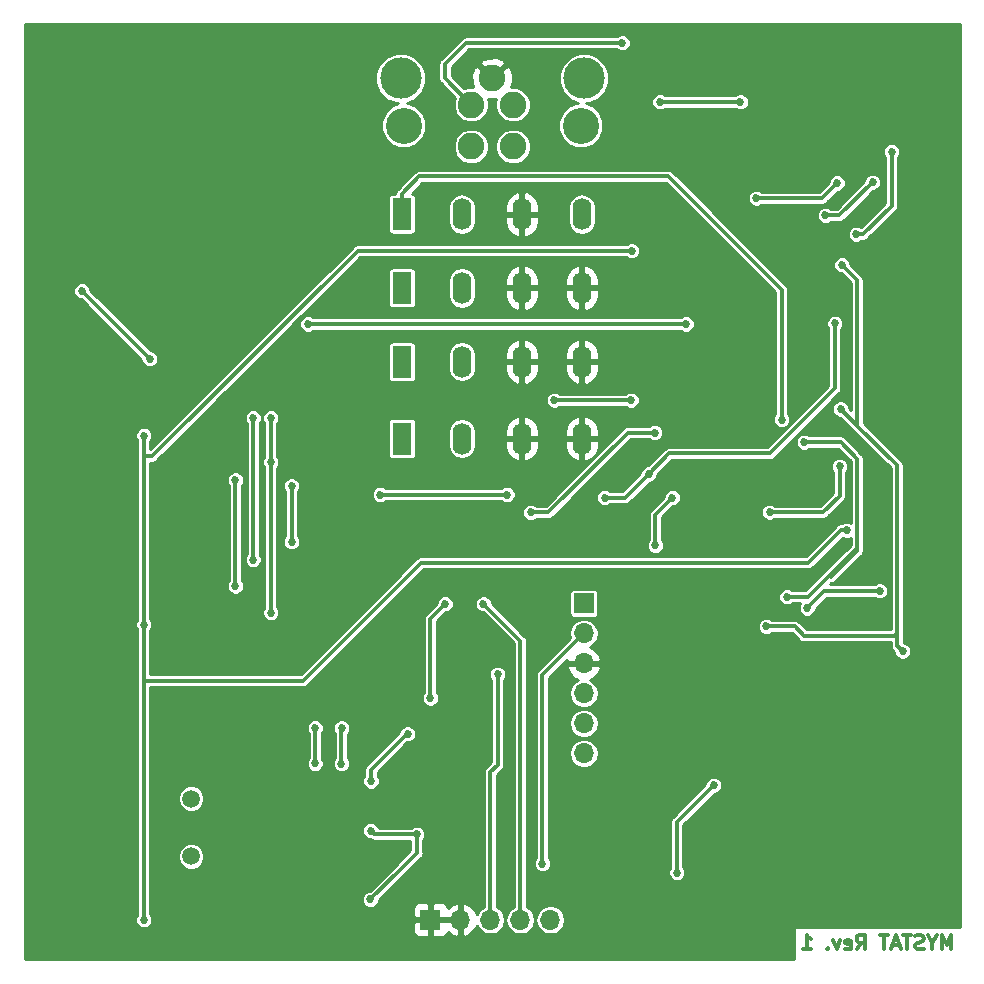
<source format=gbl>
G04 #@! TF.GenerationSoftware,KiCad,Pcbnew,5.0.0-rc3+dfsg1-2*
G04 #@! TF.CreationDate,2018-07-16T20:12:42-06:00*
G04 #@! TF.ProjectId,mystat,6D79737461742E6B696361645F706362,1*
G04 #@! TF.SameCoordinates,Original*
G04 #@! TF.FileFunction,Copper,L2,Bot,Signal*
G04 #@! TF.FilePolarity,Positive*
%FSLAX46Y46*%
G04 Gerber Fmt 4.6, Leading zero omitted, Abs format (unit mm)*
G04 Created by KiCad (PCBNEW 5.0.0-rc3+dfsg1-2) date Mon Jul 16 20:12:42 2018*
%MOMM*%
%LPD*%
G01*
G04 APERTURE LIST*
G04 #@! TA.AperFunction,NonConductor*
%ADD10C,0.300000*%
G04 #@! TD*
G04 #@! TA.AperFunction,ComponentPad*
%ADD11O,1.600000X2.700000*%
G04 #@! TD*
G04 #@! TA.AperFunction,ComponentPad*
%ADD12R,1.600000X2.700000*%
G04 #@! TD*
G04 #@! TA.AperFunction,ComponentPad*
%ADD13O,1.700000X1.700000*%
G04 #@! TD*
G04 #@! TA.AperFunction,ComponentPad*
%ADD14R,1.700000X1.700000*%
G04 #@! TD*
G04 #@! TA.AperFunction,ComponentPad*
%ADD15C,2.250000*%
G04 #@! TD*
G04 #@! TA.AperFunction,WasherPad*
%ADD16C,3.500000*%
G04 #@! TD*
G04 #@! TA.AperFunction,WasherPad*
%ADD17C,3.050000*%
G04 #@! TD*
G04 #@! TA.AperFunction,ComponentPad*
%ADD18C,1.500000*%
G04 #@! TD*
G04 #@! TA.AperFunction,ViaPad*
%ADD19C,0.685800*%
G04 #@! TD*
G04 #@! TA.AperFunction,Conductor*
%ADD20C,0.355600*%
G04 #@! TD*
G04 #@! TA.AperFunction,Conductor*
%ADD21C,0.254000*%
G04 #@! TD*
G04 APERTURE END LIST*
D10*
X128857142Y-128742857D02*
X128857142Y-127542857D01*
X128457142Y-128400000D01*
X128057142Y-127542857D01*
X128057142Y-128742857D01*
X127257142Y-128171428D02*
X127257142Y-128742857D01*
X127657142Y-127542857D02*
X127257142Y-128171428D01*
X126857142Y-127542857D01*
X126514285Y-128685714D02*
X126342857Y-128742857D01*
X126057142Y-128742857D01*
X125942857Y-128685714D01*
X125885714Y-128628571D01*
X125828571Y-128514285D01*
X125828571Y-128400000D01*
X125885714Y-128285714D01*
X125942857Y-128228571D01*
X126057142Y-128171428D01*
X126285714Y-128114285D01*
X126400000Y-128057142D01*
X126457142Y-128000000D01*
X126514285Y-127885714D01*
X126514285Y-127771428D01*
X126457142Y-127657142D01*
X126400000Y-127600000D01*
X126285714Y-127542857D01*
X126000000Y-127542857D01*
X125828571Y-127600000D01*
X125485714Y-127542857D02*
X124800000Y-127542857D01*
X125142857Y-128742857D02*
X125142857Y-127542857D01*
X124457142Y-128400000D02*
X123885714Y-128400000D01*
X124571428Y-128742857D02*
X124171428Y-127542857D01*
X123771428Y-128742857D01*
X123542857Y-127542857D02*
X122857142Y-127542857D01*
X123200000Y-128742857D02*
X123200000Y-127542857D01*
X120857142Y-128742857D02*
X121257142Y-128171428D01*
X121542857Y-128742857D02*
X121542857Y-127542857D01*
X121085714Y-127542857D01*
X120971428Y-127600000D01*
X120914285Y-127657142D01*
X120857142Y-127771428D01*
X120857142Y-127942857D01*
X120914285Y-128057142D01*
X120971428Y-128114285D01*
X121085714Y-128171428D01*
X121542857Y-128171428D01*
X119885714Y-128685714D02*
X119999999Y-128742857D01*
X120228571Y-128742857D01*
X120342857Y-128685714D01*
X120400000Y-128571428D01*
X120400000Y-128114285D01*
X120342857Y-128000000D01*
X120228571Y-127942857D01*
X119999999Y-127942857D01*
X119885714Y-128000000D01*
X119828571Y-128114285D01*
X119828571Y-128228571D01*
X120400000Y-128342857D01*
X119428571Y-127942857D02*
X119142857Y-128742857D01*
X118857142Y-127942857D01*
X118400000Y-128628571D02*
X118342857Y-128685714D01*
X118400000Y-128742857D01*
X118457142Y-128685714D01*
X118400000Y-128628571D01*
X118400000Y-128742857D01*
X116285714Y-128742857D02*
X116971428Y-128742857D01*
X116628571Y-128742857D02*
X116628571Y-127542857D01*
X116742857Y-127714285D01*
X116857142Y-127828571D01*
X116971428Y-127885714D01*
D11*
G04 #@! TO.P,K1,4*
G04 #@! TO.N,/WE*
X97580000Y-66500000D03*
G04 #@! TO.P,K1,3*
G04 #@! TO.N,GND*
X92500000Y-66500000D03*
G04 #@! TO.P,K1,2*
G04 #@! TO.N,/CELL_ON*
X87420000Y-66500000D03*
D12*
G04 #@! TO.P,K1,1*
G04 #@! TO.N,Net-(C24-Pad1)*
X82340000Y-66500000D03*
G04 #@! TD*
D11*
G04 #@! TO.P,K2,4*
G04 #@! TO.N,GND*
X97580000Y-79000000D03*
G04 #@! TO.P,K2,3*
X92500000Y-79000000D03*
G04 #@! TO.P,K2,2*
G04 #@! TO.N,/RANGE1*
X87420000Y-79000000D03*
D12*
G04 #@! TO.P,K2,1*
G04 #@! TO.N,Net-(K2-Pad1)*
X82340000Y-79000000D03*
G04 #@! TD*
D11*
G04 #@! TO.P,K3,4*
G04 #@! TO.N,GND*
X97580000Y-85500000D03*
G04 #@! TO.P,K3,3*
X92500000Y-85500000D03*
G04 #@! TO.P,K3,2*
G04 #@! TO.N,/RANGE2*
X87420000Y-85500000D03*
D12*
G04 #@! TO.P,K3,1*
G04 #@! TO.N,Net-(K3-Pad1)*
X82340000Y-85500000D03*
G04 #@! TD*
D11*
G04 #@! TO.P,K4,4*
G04 #@! TO.N,GND*
X97580000Y-72750000D03*
G04 #@! TO.P,K4,3*
X92500000Y-72750000D03*
G04 #@! TO.P,K4,2*
G04 #@! TO.N,/RANGE3*
X87420000Y-72750000D03*
D12*
G04 #@! TO.P,K4,1*
G04 #@! TO.N,Net-(K4-Pad1)*
X82340000Y-72750000D03*
G04 #@! TD*
D13*
G04 #@! TO.P,P1,1*
G04 #@! TO.N,+5V*
X94910000Y-126250000D03*
G04 #@! TO.P,P1,2*
G04 #@! TO.N,/USB_D-*
X92370000Y-126250000D03*
G04 #@! TO.P,P1,3*
G04 #@! TO.N,/USB_D+*
X89830000Y-126250000D03*
G04 #@! TO.P,P1,4*
G04 #@! TO.N,GND*
X87290000Y-126250000D03*
D14*
G04 #@! TO.P,P1,5*
X84750000Y-126250000D03*
G04 #@! TD*
D15*
G04 #@! TO.P,P2,5*
G04 #@! TO.N,GND*
X90000000Y-55000000D03*
D16*
G04 #@! TO.P,P2,*
G04 #@! TO.N,*
X97770000Y-55000000D03*
X82230000Y-55000000D03*
D17*
X82500000Y-59000000D03*
X97500000Y-59000000D03*
D15*
G04 #@! TO.P,P2,4*
G04 #@! TO.N,/RE*
X91770000Y-57230000D03*
G04 #@! TO.P,P2,3*
G04 #@! TO.N,/CE*
X88230000Y-57230000D03*
G04 #@! TO.P,P2,2*
G04 #@! TO.N,/SE*
X88230000Y-60770000D03*
G04 #@! TO.P,P2,1*
G04 #@! TO.N,/WE*
X91770000Y-60770000D03*
G04 #@! TD*
D13*
G04 #@! TO.P,P3,6*
G04 #@! TO.N,Net-(P3-Pad6)*
X97750000Y-112160000D03*
G04 #@! TO.P,P3,5*
G04 #@! TO.N,/ICSPCLK*
X97750000Y-109620000D03*
G04 #@! TO.P,P3,4*
G04 #@! TO.N,/ICSPDAT*
X97750000Y-107080000D03*
G04 #@! TO.P,P3,3*
G04 #@! TO.N,GND*
X97750000Y-104540000D03*
G04 #@! TO.P,P3,2*
G04 #@! TO.N,+5V*
X97750000Y-102000000D03*
D14*
G04 #@! TO.P,P3,1*
G04 #@! TO.N,/MCLR*
X97750000Y-99460000D03*
G04 #@! TD*
D18*
G04 #@! TO.P,X1,2*
G04 #@! TO.N,Net-(C18-Pad1)*
X64500000Y-120880000D03*
G04 #@! TO.P,X1,1*
G04 #@! TO.N,Net-(C17-Pad1)*
X64500000Y-116000000D03*
G04 #@! TD*
D19*
G04 #@! TO.N,+5V*
X94250000Y-121500000D03*
X108750000Y-114845000D03*
X105625000Y-122250000D03*
G04 #@! TO.N,GND*
X116300000Y-75300000D03*
X58000000Y-84200000D03*
X101800000Y-87200000D03*
G04 #@! TO.N,-9V*
X124750000Y-103500000D03*
X119500000Y-83000000D03*
X119600000Y-70800000D03*
X113200000Y-101400000D03*
G04 #@! TO.N,Net-(C10-Pad1)*
X84750000Y-107475000D03*
X86000000Y-99500000D03*
G04 #@! TO.N,/VREF*
X60500000Y-85250000D03*
X60500000Y-101250000D03*
X60500000Y-126250000D03*
X120000000Y-93250000D03*
X101800000Y-69600000D03*
G04 #@! TO.N,Net-(C15-Pad1)*
X61000000Y-78750000D03*
X55250000Y-73000000D03*
G04 #@! TO.N,Net-(C20-Pad2)*
X83608384Y-119000000D03*
X79700000Y-118692544D03*
X79673372Y-124526628D03*
G04 #@! TO.N,Net-(C24-Pad1)*
X114500000Y-83900000D03*
X116400000Y-85800000D03*
X114950000Y-98900000D03*
G04 #@! TO.N,Net-(C24-Pad2)*
X122800000Y-98400000D03*
X116650000Y-99850000D03*
G04 #@! TO.N,/V_MEAS*
X103250000Y-88500000D03*
X99500000Y-90500000D03*
X80500000Y-90250000D03*
X91250000Y-90250000D03*
X119000000Y-75750000D03*
G04 #@! TO.N,Net-(C26-Pad1)*
X103800000Y-94550000D03*
X105250000Y-90500000D03*
G04 #@! TO.N,Net-(C29-Pad1)*
X122195600Y-63800000D03*
X118200000Y-66600000D03*
G04 #@! TO.N,/I_MEAS*
X74400000Y-75800000D03*
X106400000Y-75800000D03*
X123800000Y-61200000D03*
X120800000Y-68200000D03*
G04 #@! TO.N,/USB_D+*
X90445000Y-105445000D03*
G04 #@! TO.N,/USB_D-*
X89250000Y-99500000D03*
G04 #@! TO.N,/SE*
X95250000Y-82250000D03*
X101750000Y-82250000D03*
G04 #@! TO.N,/CE*
X101000000Y-52000000D03*
G04 #@! TO.N,Net-(R6-Pad2)*
X113480000Y-91730000D03*
X119400000Y-87850000D03*
G04 #@! TO.N,Net-(R13-Pad2)*
X104200000Y-57000000D03*
X111000000Y-57000000D03*
G04 #@! TO.N,Net-(R15-Pad2)*
X119200000Y-63860600D03*
X112350000Y-65150000D03*
G04 #@! TO.N,/MODE_SW*
X93250000Y-91750000D03*
X103750000Y-85000000D03*
G04 #@! TO.N,/SDIO2*
X69750000Y-95750000D03*
X69750000Y-83750000D03*
G04 #@! TO.N,/CS2*
X73000000Y-94250000D03*
X73000000Y-89500000D03*
G04 #@! TO.N,/CS1*
X75000000Y-110000000D03*
X75000000Y-113000000D03*
G04 #@! TO.N,/SCK*
X77250000Y-110000000D03*
X77216973Y-113033027D03*
X71250000Y-87500000D03*
X71250000Y-100250000D03*
X71250000Y-83750000D03*
G04 #@! TO.N,/SDIO*
X79728845Y-114500000D03*
X82825000Y-110500000D03*
X68250000Y-89000000D03*
X68250000Y-98000000D03*
G04 #@! TD*
D20*
G04 #@! TO.N,+5V*
X94250000Y-105500000D02*
X97750000Y-102000000D01*
X94250000Y-121500000D02*
X94250000Y-105500000D01*
X105625000Y-117970000D02*
X108750000Y-114845000D01*
X105625000Y-122250000D02*
X105625000Y-117970000D01*
G04 #@! TO.N,-9V*
X124750000Y-103500000D02*
X124274701Y-103024701D01*
X124074701Y-102200000D02*
X124274701Y-102000000D01*
X116400000Y-102200000D02*
X124074701Y-102200000D01*
X124274701Y-103024701D02*
X124274701Y-102000000D01*
X124274701Y-102000000D02*
X124274701Y-87774701D01*
X120900000Y-84400000D02*
X120900000Y-72100000D01*
X120900000Y-84400000D02*
X119500000Y-83000000D01*
X124274701Y-87774701D02*
X120900000Y-84400000D01*
X120900000Y-72100000D02*
X119600000Y-70800000D01*
X115600000Y-101400000D02*
X116400000Y-102200000D01*
X113200000Y-101400000D02*
X115600000Y-101400000D01*
G04 #@! TO.N,Net-(C10-Pad1)*
X84750000Y-107475000D02*
X84750000Y-100750000D01*
X84750000Y-100750000D02*
X86000000Y-99500000D01*
G04 #@! TO.N,/VREF*
X60500000Y-106000000D02*
X74000000Y-106000000D01*
X60500000Y-106000000D02*
X60500000Y-101250000D01*
X60500000Y-126250000D02*
X60500000Y-106000000D01*
X82500000Y-97500000D02*
X84000000Y-96000000D01*
X82500000Y-97500000D02*
X82750000Y-97250000D01*
X74000000Y-106000000D02*
X82500000Y-97500000D01*
X116765067Y-96000000D02*
X115750000Y-96000000D01*
X119515067Y-93250000D02*
X116765067Y-96000000D01*
X120000000Y-93250000D02*
X119515067Y-93250000D01*
X84000000Y-96000000D02*
X115750000Y-96000000D01*
X60500000Y-87000000D02*
X60500000Y-85250000D01*
X60500000Y-87000000D02*
X61200000Y-87000000D01*
X60500000Y-101250000D02*
X60500000Y-87000000D01*
X61200000Y-87000000D02*
X78600000Y-69600000D01*
X78600000Y-69600000D02*
X101800000Y-69600000D01*
G04 #@! TO.N,Net-(C15-Pad1)*
X61000000Y-78750000D02*
X55250000Y-73000000D01*
G04 #@! TO.N,Net-(C20-Pad2)*
X83608384Y-119484933D02*
X83608384Y-119000000D01*
X83608384Y-120591616D02*
X83608384Y-119484933D01*
X80007456Y-119000000D02*
X79700000Y-118692544D01*
X83608384Y-119000000D02*
X80007456Y-119000000D01*
X79673372Y-124526628D02*
X82200000Y-122000000D01*
X80400000Y-123800000D02*
X82200000Y-122000000D01*
X82200000Y-122000000D02*
X83608384Y-120591616D01*
G04 #@! TO.N,Net-(C24-Pad1)*
X82340000Y-64794400D02*
X83834400Y-63300000D01*
X82340000Y-66500000D02*
X82340000Y-64794400D01*
X83834400Y-63300000D02*
X104900000Y-63300000D01*
X104900000Y-63300000D02*
X114500000Y-72900000D01*
X114500000Y-72900000D02*
X114500000Y-83900000D01*
X120900000Y-95000000D02*
X118700000Y-97200000D01*
X114950000Y-98900000D02*
X116737882Y-98900000D01*
X120900000Y-94737882D02*
X120900000Y-93100000D01*
X116737882Y-98900000D02*
X120900000Y-94737882D01*
X120900000Y-93100000D02*
X120900000Y-95000000D01*
X118496558Y-85800000D02*
X116400000Y-85800000D01*
X119500000Y-85800000D02*
X118496558Y-85800000D01*
X120900000Y-87200000D02*
X119500000Y-85800000D01*
X120900000Y-93100000D02*
X120900000Y-87200000D01*
G04 #@! TO.N,Net-(C24-Pad2)*
X122315067Y-98400000D02*
X122800000Y-98400000D01*
X118100000Y-98400000D02*
X122315067Y-98400000D01*
X116650000Y-99850000D02*
X118100000Y-98400000D01*
G04 #@! TO.N,/V_MEAS*
X101250000Y-90500000D02*
X103250000Y-88500000D01*
X99500000Y-90500000D02*
X101250000Y-90500000D01*
X80500000Y-90250000D02*
X91250000Y-90250000D01*
X119000000Y-80000000D02*
X119000000Y-80250000D01*
X119000000Y-75750000D02*
X119000000Y-80000000D01*
X105000000Y-86750000D02*
X103250000Y-88500000D01*
X113500000Y-86750000D02*
X105000000Y-86750000D01*
X119000000Y-80000000D02*
X119000000Y-81250000D01*
X119000000Y-81250000D02*
X113500000Y-86750000D01*
G04 #@! TO.N,Net-(C26-Pad1)*
X103800000Y-91950000D02*
X103800000Y-94550000D01*
X105250000Y-90500000D02*
X103800000Y-91950000D01*
G04 #@! TO.N,Net-(C29-Pad1)*
X119395600Y-66600000D02*
X122195600Y-63800000D01*
X118200000Y-66600000D02*
X119395600Y-66600000D01*
G04 #@! TO.N,/I_MEAS*
X74400000Y-75800000D02*
X106400000Y-75800000D01*
X120800000Y-68200000D02*
X121400000Y-68200000D01*
X121400000Y-68200000D02*
X123800000Y-65800000D01*
X123800000Y-65800000D02*
X123800000Y-61200000D01*
G04 #@! TO.N,/USB_D+*
X90445000Y-113135000D02*
X89830000Y-113750000D01*
X90445000Y-105445000D02*
X90445000Y-113135000D01*
X89830000Y-126250000D02*
X89830000Y-113750000D01*
G04 #@! TO.N,/USB_D-*
X92370000Y-102620000D02*
X89250000Y-99500000D01*
X92370000Y-126250000D02*
X92370000Y-102620000D01*
G04 #@! TO.N,/SE*
X101750000Y-82250000D02*
X95250000Y-82250000D01*
G04 #@! TO.N,/CE*
X88230000Y-57230000D02*
X86000000Y-55000000D01*
X86000000Y-55000000D02*
X86000000Y-53800000D01*
X86000000Y-53800000D02*
X87800000Y-52000000D01*
X87800000Y-52000000D02*
X101000000Y-52000000D01*
G04 #@! TO.N,Net-(R6-Pad2)*
X119400000Y-90000000D02*
X119400000Y-90330000D01*
X118000000Y-91730000D02*
X113480000Y-91730000D01*
X119400000Y-90330000D02*
X118000000Y-91730000D01*
X119400000Y-87850000D02*
X119400000Y-90000000D01*
G04 #@! TO.N,Net-(R13-Pad2)*
X104200000Y-57000000D02*
X111000000Y-57000000D01*
G04 #@! TO.N,Net-(R15-Pad2)*
X117910600Y-65150000D02*
X119200000Y-63860600D01*
X112350000Y-65150000D02*
X117910600Y-65150000D01*
G04 #@! TO.N,/MODE_SW*
X94750000Y-91750000D02*
X93250000Y-91750000D01*
X103750000Y-85000000D02*
X101500000Y-85000000D01*
X101500000Y-85000000D02*
X94750000Y-91750000D01*
G04 #@! TO.N,/SDIO2*
X69750000Y-83750000D02*
X69750000Y-95750000D01*
G04 #@! TO.N,/CS2*
X73000000Y-94250000D02*
X73000000Y-89500000D01*
G04 #@! TO.N,/CS1*
X75000000Y-110000000D02*
X75000000Y-113000000D01*
G04 #@! TO.N,/SCK*
X77216973Y-110033027D02*
X77250000Y-110000000D01*
X77216973Y-113033027D02*
X77216973Y-110033027D01*
X71250000Y-100250000D02*
X71250000Y-87500000D01*
X71250000Y-87500000D02*
X71250000Y-83750000D01*
G04 #@! TO.N,/SDIO*
X79728845Y-114500000D02*
X79728845Y-113521155D01*
X79728845Y-113521155D02*
X82750000Y-110500000D01*
X68250000Y-98000000D02*
X68250000Y-89000000D01*
G04 #@! TD*
D21*
G04 #@! TO.N,GND*
G36*
X129569001Y-126880000D02*
X115526143Y-126880000D01*
X115526143Y-129569000D01*
X50431000Y-129569000D01*
X50431000Y-85106007D01*
X59776100Y-85106007D01*
X59776100Y-85393993D01*
X59886307Y-85660056D01*
X59941201Y-85714950D01*
X59941200Y-86944965D01*
X59930253Y-87000000D01*
X59941201Y-87055040D01*
X59941200Y-100785051D01*
X59886307Y-100839944D01*
X59776100Y-101106007D01*
X59776100Y-101393993D01*
X59886307Y-101660056D01*
X59941201Y-101714950D01*
X59941200Y-105944965D01*
X59930253Y-106000000D01*
X59941201Y-106055040D01*
X59941200Y-125785051D01*
X59886307Y-125839944D01*
X59776100Y-126106007D01*
X59776100Y-126393993D01*
X59886307Y-126660056D01*
X60089944Y-126863693D01*
X60356007Y-126973900D01*
X60643993Y-126973900D01*
X60910056Y-126863693D01*
X61113693Y-126660056D01*
X61165182Y-126535750D01*
X83265000Y-126535750D01*
X83265000Y-127226309D01*
X83361673Y-127459698D01*
X83540301Y-127638327D01*
X83773690Y-127735000D01*
X84464250Y-127735000D01*
X84623000Y-127576250D01*
X84623000Y-126377000D01*
X84877000Y-126377000D01*
X84877000Y-127576250D01*
X85035750Y-127735000D01*
X85726310Y-127735000D01*
X85959699Y-127638327D01*
X86138327Y-127459698D01*
X86225136Y-127250122D01*
X86523076Y-127521645D01*
X86933110Y-127691476D01*
X87163000Y-127570155D01*
X87163000Y-126377000D01*
X84877000Y-126377000D01*
X84623000Y-126377000D01*
X83423750Y-126377000D01*
X83265000Y-126535750D01*
X61165182Y-126535750D01*
X61223900Y-126393993D01*
X61223900Y-126106007D01*
X61113693Y-125839944D01*
X61058800Y-125785051D01*
X61058800Y-125273691D01*
X83265000Y-125273691D01*
X83265000Y-125964250D01*
X83423750Y-126123000D01*
X84623000Y-126123000D01*
X84623000Y-124923750D01*
X84877000Y-124923750D01*
X84877000Y-126123000D01*
X87163000Y-126123000D01*
X87163000Y-124929845D01*
X87417000Y-124929845D01*
X87417000Y-126123000D01*
X87437000Y-126123000D01*
X87437000Y-126377000D01*
X87417000Y-126377000D01*
X87417000Y-127570155D01*
X87646890Y-127691476D01*
X88056924Y-127521645D01*
X88485183Y-127131358D01*
X88672245Y-126733037D01*
X88942499Y-127137501D01*
X89349688Y-127409576D01*
X89708761Y-127481000D01*
X89951239Y-127481000D01*
X90310312Y-127409576D01*
X90717501Y-127137501D01*
X90989576Y-126730312D01*
X91085116Y-126250000D01*
X90989576Y-125769688D01*
X90717501Y-125362499D01*
X90388800Y-125142868D01*
X90388800Y-113981461D01*
X90801214Y-113569048D01*
X90847872Y-113537872D01*
X90971378Y-113353033D01*
X91003800Y-113190035D01*
X91003800Y-113190031D01*
X91014746Y-113135001D01*
X91003800Y-113079971D01*
X91003800Y-105909949D01*
X91058693Y-105855056D01*
X91168900Y-105588993D01*
X91168900Y-105301007D01*
X91058693Y-105034944D01*
X90855056Y-104831307D01*
X90588993Y-104721100D01*
X90301007Y-104721100D01*
X90034944Y-104831307D01*
X89831307Y-105034944D01*
X89721100Y-105301007D01*
X89721100Y-105588993D01*
X89831307Y-105855056D01*
X89886200Y-105909949D01*
X89886201Y-112903537D01*
X89473787Y-113315952D01*
X89427129Y-113347128D01*
X89395954Y-113393785D01*
X89303622Y-113531968D01*
X89260253Y-113750000D01*
X89271201Y-113805040D01*
X89271200Y-125142868D01*
X88942499Y-125362499D01*
X88672245Y-125766963D01*
X88485183Y-125368642D01*
X88056924Y-124978355D01*
X87646890Y-124808524D01*
X87417000Y-124929845D01*
X87163000Y-124929845D01*
X86933110Y-124808524D01*
X86523076Y-124978355D01*
X86225136Y-125249878D01*
X86138327Y-125040302D01*
X85959699Y-124861673D01*
X85726310Y-124765000D01*
X85035750Y-124765000D01*
X84877000Y-124923750D01*
X84623000Y-124923750D01*
X84464250Y-124765000D01*
X83773690Y-124765000D01*
X83540301Y-124861673D01*
X83361673Y-125040302D01*
X83265000Y-125273691D01*
X61058800Y-125273691D01*
X61058800Y-124382635D01*
X78949472Y-124382635D01*
X78949472Y-124670621D01*
X79059679Y-124936684D01*
X79263316Y-125140321D01*
X79529379Y-125250528D01*
X79817365Y-125250528D01*
X80083428Y-125140321D01*
X80287065Y-124936684D01*
X80397272Y-124670621D01*
X80397272Y-124592989D01*
X82634047Y-122356216D01*
X82634051Y-122356210D01*
X83964601Y-121025662D01*
X84011256Y-120994488D01*
X84134762Y-120809649D01*
X84167184Y-120646651D01*
X84167184Y-120646650D01*
X84178131Y-120591616D01*
X84167184Y-120536581D01*
X84167184Y-119464949D01*
X84222077Y-119410056D01*
X84332284Y-119143993D01*
X84332284Y-118856007D01*
X84222077Y-118589944D01*
X84018440Y-118386307D01*
X83752377Y-118276100D01*
X83464391Y-118276100D01*
X83198328Y-118386307D01*
X83143435Y-118441200D01*
X80379434Y-118441200D01*
X80313693Y-118282488D01*
X80110056Y-118078851D01*
X79843993Y-117968644D01*
X79556007Y-117968644D01*
X79289944Y-118078851D01*
X79086307Y-118282488D01*
X78976100Y-118548551D01*
X78976100Y-118836537D01*
X79086307Y-119102600D01*
X79289944Y-119306237D01*
X79556007Y-119416444D01*
X79624896Y-119416444D01*
X79789423Y-119526378D01*
X79952421Y-119558800D01*
X79952425Y-119558800D01*
X80007455Y-119569746D01*
X80062485Y-119558800D01*
X83049585Y-119558800D01*
X83049584Y-120360153D01*
X81843790Y-121565949D01*
X81843784Y-121565953D01*
X79607011Y-123802728D01*
X79529379Y-123802728D01*
X79263316Y-123912935D01*
X79059679Y-124116572D01*
X78949472Y-124382635D01*
X61058800Y-124382635D01*
X61058800Y-120655030D01*
X63369000Y-120655030D01*
X63369000Y-121104970D01*
X63541184Y-121520660D01*
X63859340Y-121838816D01*
X64275030Y-122011000D01*
X64724970Y-122011000D01*
X65140660Y-121838816D01*
X65458816Y-121520660D01*
X65631000Y-121104970D01*
X65631000Y-120655030D01*
X65458816Y-120239340D01*
X65140660Y-119921184D01*
X64724970Y-119749000D01*
X64275030Y-119749000D01*
X63859340Y-119921184D01*
X63541184Y-120239340D01*
X63369000Y-120655030D01*
X61058800Y-120655030D01*
X61058800Y-115775030D01*
X63369000Y-115775030D01*
X63369000Y-116224970D01*
X63541184Y-116640660D01*
X63859340Y-116958816D01*
X64275030Y-117131000D01*
X64724970Y-117131000D01*
X65140660Y-116958816D01*
X65458816Y-116640660D01*
X65631000Y-116224970D01*
X65631000Y-115775030D01*
X65458816Y-115359340D01*
X65140660Y-115041184D01*
X64724970Y-114869000D01*
X64275030Y-114869000D01*
X63859340Y-115041184D01*
X63541184Y-115359340D01*
X63369000Y-115775030D01*
X61058800Y-115775030D01*
X61058800Y-114356007D01*
X79004945Y-114356007D01*
X79004945Y-114643993D01*
X79115152Y-114910056D01*
X79318789Y-115113693D01*
X79584852Y-115223900D01*
X79872838Y-115223900D01*
X80138901Y-115113693D01*
X80342538Y-114910056D01*
X80452745Y-114643993D01*
X80452745Y-114356007D01*
X80342538Y-114089944D01*
X80287645Y-114035051D01*
X80287645Y-113752616D01*
X82816362Y-111223900D01*
X82968993Y-111223900D01*
X83235056Y-111113693D01*
X83438693Y-110910056D01*
X83548900Y-110643993D01*
X83548900Y-110356007D01*
X83438693Y-110089944D01*
X83235056Y-109886307D01*
X82968993Y-109776100D01*
X82681007Y-109776100D01*
X82414944Y-109886307D01*
X82211307Y-110089944D01*
X82101100Y-110356007D01*
X82101100Y-110358638D01*
X79372632Y-113087107D01*
X79325974Y-113118283D01*
X79294799Y-113164940D01*
X79202467Y-113303123D01*
X79159098Y-113521155D01*
X79170046Y-113576194D01*
X79170045Y-114035051D01*
X79115152Y-114089944D01*
X79004945Y-114356007D01*
X61058800Y-114356007D01*
X61058800Y-109856007D01*
X74276100Y-109856007D01*
X74276100Y-110143993D01*
X74386307Y-110410056D01*
X74441200Y-110464949D01*
X74441201Y-112535050D01*
X74386307Y-112589944D01*
X74276100Y-112856007D01*
X74276100Y-113143993D01*
X74386307Y-113410056D01*
X74589944Y-113613693D01*
X74856007Y-113723900D01*
X75143993Y-113723900D01*
X75410056Y-113613693D01*
X75613693Y-113410056D01*
X75723900Y-113143993D01*
X75723900Y-112889034D01*
X76493073Y-112889034D01*
X76493073Y-113177020D01*
X76603280Y-113443083D01*
X76806917Y-113646720D01*
X77072980Y-113756927D01*
X77360966Y-113756927D01*
X77627029Y-113646720D01*
X77830666Y-113443083D01*
X77940873Y-113177020D01*
X77940873Y-112889034D01*
X77830666Y-112622971D01*
X77775773Y-112568078D01*
X77775773Y-110497976D01*
X77863693Y-110410056D01*
X77973900Y-110143993D01*
X77973900Y-109856007D01*
X77863693Y-109589944D01*
X77660056Y-109386307D01*
X77393993Y-109276100D01*
X77106007Y-109276100D01*
X76839944Y-109386307D01*
X76636307Y-109589944D01*
X76526100Y-109856007D01*
X76526100Y-110143993D01*
X76636307Y-110410056D01*
X76658174Y-110431923D01*
X76658173Y-112568078D01*
X76603280Y-112622971D01*
X76493073Y-112889034D01*
X75723900Y-112889034D01*
X75723900Y-112856007D01*
X75613693Y-112589944D01*
X75558800Y-112535051D01*
X75558800Y-110464949D01*
X75613693Y-110410056D01*
X75723900Y-110143993D01*
X75723900Y-109856007D01*
X75613693Y-109589944D01*
X75410056Y-109386307D01*
X75143993Y-109276100D01*
X74856007Y-109276100D01*
X74589944Y-109386307D01*
X74386307Y-109589944D01*
X74276100Y-109856007D01*
X61058800Y-109856007D01*
X61058800Y-107331007D01*
X84026100Y-107331007D01*
X84026100Y-107618993D01*
X84136307Y-107885056D01*
X84339944Y-108088693D01*
X84606007Y-108198900D01*
X84893993Y-108198900D01*
X85160056Y-108088693D01*
X85363693Y-107885056D01*
X85473900Y-107618993D01*
X85473900Y-107331007D01*
X85363693Y-107064944D01*
X85308800Y-107010051D01*
X85308800Y-100981461D01*
X86066362Y-100223900D01*
X86143993Y-100223900D01*
X86410056Y-100113693D01*
X86613693Y-99910056D01*
X86723900Y-99643993D01*
X86723900Y-99356007D01*
X88526100Y-99356007D01*
X88526100Y-99643993D01*
X88636307Y-99910056D01*
X88839944Y-100113693D01*
X89106007Y-100223900D01*
X89183639Y-100223900D01*
X91811201Y-102851463D01*
X91811200Y-125142868D01*
X91482499Y-125362499D01*
X91210424Y-125769688D01*
X91114884Y-126250000D01*
X91210424Y-126730312D01*
X91482499Y-127137501D01*
X91889688Y-127409576D01*
X92248761Y-127481000D01*
X92491239Y-127481000D01*
X92850312Y-127409576D01*
X93257501Y-127137501D01*
X93529576Y-126730312D01*
X93625116Y-126250000D01*
X93654884Y-126250000D01*
X93750424Y-126730312D01*
X94022499Y-127137501D01*
X94429688Y-127409576D01*
X94788761Y-127481000D01*
X95031239Y-127481000D01*
X95390312Y-127409576D01*
X95797501Y-127137501D01*
X96069576Y-126730312D01*
X96165116Y-126250000D01*
X96069576Y-125769688D01*
X95797501Y-125362499D01*
X95390312Y-125090424D01*
X95031239Y-125019000D01*
X94788761Y-125019000D01*
X94429688Y-125090424D01*
X94022499Y-125362499D01*
X93750424Y-125769688D01*
X93654884Y-126250000D01*
X93625116Y-126250000D01*
X93529576Y-125769688D01*
X93257501Y-125362499D01*
X92928800Y-125142868D01*
X92928800Y-121356007D01*
X93526100Y-121356007D01*
X93526100Y-121643993D01*
X93636307Y-121910056D01*
X93839944Y-122113693D01*
X94106007Y-122223900D01*
X94393993Y-122223900D01*
X94660056Y-122113693D01*
X94667742Y-122106007D01*
X104901100Y-122106007D01*
X104901100Y-122393993D01*
X105011307Y-122660056D01*
X105214944Y-122863693D01*
X105481007Y-122973900D01*
X105768993Y-122973900D01*
X106035056Y-122863693D01*
X106238693Y-122660056D01*
X106348900Y-122393993D01*
X106348900Y-122106007D01*
X106238693Y-121839944D01*
X106183800Y-121785051D01*
X106183800Y-118201461D01*
X108816362Y-115568900D01*
X108893993Y-115568900D01*
X109160056Y-115458693D01*
X109363693Y-115255056D01*
X109473900Y-114988993D01*
X109473900Y-114701007D01*
X109363693Y-114434944D01*
X109160056Y-114231307D01*
X108893993Y-114121100D01*
X108606007Y-114121100D01*
X108339944Y-114231307D01*
X108136307Y-114434944D01*
X108026100Y-114701007D01*
X108026100Y-114778638D01*
X105268787Y-117535952D01*
X105222129Y-117567128D01*
X105190954Y-117613785D01*
X105098622Y-117751968D01*
X105055253Y-117970000D01*
X105066201Y-118025040D01*
X105066200Y-121785051D01*
X105011307Y-121839944D01*
X104901100Y-122106007D01*
X94667742Y-122106007D01*
X94863693Y-121910056D01*
X94973900Y-121643993D01*
X94973900Y-121356007D01*
X94863693Y-121089944D01*
X94808800Y-121035051D01*
X94808800Y-112160000D01*
X96494884Y-112160000D01*
X96590424Y-112640312D01*
X96862499Y-113047501D01*
X97269688Y-113319576D01*
X97628761Y-113391000D01*
X97871239Y-113391000D01*
X98230312Y-113319576D01*
X98637501Y-113047501D01*
X98909576Y-112640312D01*
X99005116Y-112160000D01*
X98909576Y-111679688D01*
X98637501Y-111272499D01*
X98230312Y-111000424D01*
X97871239Y-110929000D01*
X97628761Y-110929000D01*
X97269688Y-111000424D01*
X96862499Y-111272499D01*
X96590424Y-111679688D01*
X96494884Y-112160000D01*
X94808800Y-112160000D01*
X94808800Y-109620000D01*
X96494884Y-109620000D01*
X96590424Y-110100312D01*
X96862499Y-110507501D01*
X97269688Y-110779576D01*
X97628761Y-110851000D01*
X97871239Y-110851000D01*
X98230312Y-110779576D01*
X98637501Y-110507501D01*
X98909576Y-110100312D01*
X99005116Y-109620000D01*
X98909576Y-109139688D01*
X98637501Y-108732499D01*
X98230312Y-108460424D01*
X97871239Y-108389000D01*
X97628761Y-108389000D01*
X97269688Y-108460424D01*
X96862499Y-108732499D01*
X96590424Y-109139688D01*
X96494884Y-109620000D01*
X94808800Y-109620000D01*
X94808800Y-105731461D01*
X95643371Y-104896890D01*
X96308524Y-104896890D01*
X96478355Y-105306924D01*
X96868642Y-105735183D01*
X97266963Y-105922245D01*
X96862499Y-106192499D01*
X96590424Y-106599688D01*
X96494884Y-107080000D01*
X96590424Y-107560312D01*
X96862499Y-107967501D01*
X97269688Y-108239576D01*
X97628761Y-108311000D01*
X97871239Y-108311000D01*
X98230312Y-108239576D01*
X98637501Y-107967501D01*
X98909576Y-107560312D01*
X99005116Y-107080000D01*
X98909576Y-106599688D01*
X98637501Y-106192499D01*
X98233037Y-105922245D01*
X98631358Y-105735183D01*
X99021645Y-105306924D01*
X99191476Y-104896890D01*
X99070155Y-104667000D01*
X97877000Y-104667000D01*
X97877000Y-104687000D01*
X97623000Y-104687000D01*
X97623000Y-104667000D01*
X96429845Y-104667000D01*
X96308524Y-104896890D01*
X95643371Y-104896890D01*
X96325322Y-104214940D01*
X96429845Y-104413000D01*
X97623000Y-104413000D01*
X97623000Y-104393000D01*
X97877000Y-104393000D01*
X97877000Y-104413000D01*
X99070155Y-104413000D01*
X99191476Y-104183110D01*
X99021645Y-103773076D01*
X98631358Y-103344817D01*
X98233037Y-103157755D01*
X98637501Y-102887501D01*
X98909576Y-102480312D01*
X99005116Y-102000000D01*
X98909576Y-101519688D01*
X98733390Y-101256007D01*
X112476100Y-101256007D01*
X112476100Y-101543993D01*
X112586307Y-101810056D01*
X112789944Y-102013693D01*
X113056007Y-102123900D01*
X113343993Y-102123900D01*
X113610056Y-102013693D01*
X113664949Y-101958800D01*
X115368539Y-101958800D01*
X115965952Y-102556214D01*
X115997128Y-102602872D01*
X116181967Y-102726378D01*
X116400000Y-102769747D01*
X116455035Y-102758800D01*
X123715901Y-102758800D01*
X123715901Y-102969666D01*
X123704954Y-103024701D01*
X123715901Y-103079735D01*
X123748323Y-103242733D01*
X123871829Y-103427573D01*
X123918490Y-103458751D01*
X124026100Y-103566361D01*
X124026100Y-103643993D01*
X124136307Y-103910056D01*
X124339944Y-104113693D01*
X124606007Y-104223900D01*
X124893993Y-104223900D01*
X125160056Y-104113693D01*
X125363693Y-103910056D01*
X125473900Y-103643993D01*
X125473900Y-103356007D01*
X125363693Y-103089944D01*
X125160056Y-102886307D01*
X124893993Y-102776100D01*
X124833501Y-102776100D01*
X124833501Y-102055034D01*
X124844448Y-102000000D01*
X124833501Y-101944965D01*
X124833501Y-87829736D01*
X124844448Y-87774701D01*
X124801079Y-87556668D01*
X124726441Y-87444965D01*
X124677573Y-87371829D01*
X124630915Y-87340653D01*
X121458800Y-84168539D01*
X121458800Y-72155035D01*
X121469747Y-72100000D01*
X121426378Y-71881967D01*
X121334047Y-71743784D01*
X121334046Y-71743783D01*
X121302872Y-71697128D01*
X121256217Y-71665954D01*
X120323900Y-70733638D01*
X120323900Y-70656007D01*
X120213693Y-70389944D01*
X120010056Y-70186307D01*
X119743993Y-70076100D01*
X119456007Y-70076100D01*
X119189944Y-70186307D01*
X118986307Y-70389944D01*
X118876100Y-70656007D01*
X118876100Y-70943993D01*
X118986307Y-71210056D01*
X119189944Y-71413693D01*
X119456007Y-71523900D01*
X119533638Y-71523900D01*
X120341201Y-72331464D01*
X120341200Y-83050939D01*
X120223900Y-82933639D01*
X120223900Y-82856007D01*
X120113693Y-82589944D01*
X119910056Y-82386307D01*
X119643993Y-82276100D01*
X119356007Y-82276100D01*
X119089944Y-82386307D01*
X118886307Y-82589944D01*
X118776100Y-82856007D01*
X118776100Y-83143993D01*
X118886307Y-83410056D01*
X119089944Y-83613693D01*
X119356007Y-83723900D01*
X119433639Y-83723900D01*
X120465952Y-84756214D01*
X120497128Y-84802872D01*
X120543789Y-84834050D01*
X123715902Y-88006164D01*
X123715901Y-101641200D01*
X116631462Y-101641200D01*
X116034050Y-101043789D01*
X116002872Y-100997128D01*
X115818033Y-100873622D01*
X115655035Y-100841200D01*
X115600000Y-100830253D01*
X115544965Y-100841200D01*
X113664949Y-100841200D01*
X113610056Y-100786307D01*
X113343993Y-100676100D01*
X113056007Y-100676100D01*
X112789944Y-100786307D01*
X112586307Y-100989944D01*
X112476100Y-101256007D01*
X98733390Y-101256007D01*
X98637501Y-101112499D01*
X98230312Y-100840424D01*
X97871239Y-100769000D01*
X97628761Y-100769000D01*
X97269688Y-100840424D01*
X96862499Y-101112499D01*
X96590424Y-101519688D01*
X96494884Y-102000000D01*
X96572008Y-102387730D01*
X93893787Y-105065952D01*
X93847129Y-105097128D01*
X93815954Y-105143785D01*
X93723622Y-105281968D01*
X93680253Y-105500000D01*
X93691201Y-105555040D01*
X93691200Y-121035051D01*
X93636307Y-121089944D01*
X93526100Y-121356007D01*
X92928800Y-121356007D01*
X92928800Y-102675029D01*
X92939746Y-102619999D01*
X92928800Y-102564969D01*
X92928800Y-102564965D01*
X92896378Y-102401967D01*
X92772872Y-102217128D01*
X92726214Y-102185952D01*
X89973900Y-99433639D01*
X89973900Y-99356007D01*
X89863693Y-99089944D01*
X89660056Y-98886307D01*
X89393993Y-98776100D01*
X89106007Y-98776100D01*
X88839944Y-98886307D01*
X88636307Y-99089944D01*
X88526100Y-99356007D01*
X86723900Y-99356007D01*
X86613693Y-99089944D01*
X86410056Y-98886307D01*
X86143993Y-98776100D01*
X85856007Y-98776100D01*
X85589944Y-98886307D01*
X85386307Y-99089944D01*
X85276100Y-99356007D01*
X85276100Y-99433638D01*
X84393787Y-100315952D01*
X84347129Y-100347128D01*
X84272606Y-100458659D01*
X84223622Y-100531968D01*
X84180253Y-100750000D01*
X84191201Y-100805040D01*
X84191200Y-107010051D01*
X84136307Y-107064944D01*
X84026100Y-107331007D01*
X61058800Y-107331007D01*
X61058800Y-106558800D01*
X73944965Y-106558800D01*
X74000000Y-106569747D01*
X74055035Y-106558800D01*
X74218033Y-106526378D01*
X74402872Y-106402872D01*
X74434050Y-106356211D01*
X82180261Y-98610000D01*
X96511536Y-98610000D01*
X96511536Y-100310000D01*
X96541106Y-100458659D01*
X96625314Y-100584686D01*
X96751341Y-100668894D01*
X96900000Y-100698464D01*
X98600000Y-100698464D01*
X98748659Y-100668894D01*
X98874686Y-100584686D01*
X98958894Y-100458659D01*
X98988464Y-100310000D01*
X98988464Y-98610000D01*
X98958894Y-98461341D01*
X98874686Y-98335314D01*
X98748659Y-98251106D01*
X98600000Y-98221536D01*
X96900000Y-98221536D01*
X96751341Y-98251106D01*
X96625314Y-98335314D01*
X96541106Y-98461341D01*
X96511536Y-98610000D01*
X82180261Y-98610000D01*
X82934046Y-97856216D01*
X82934048Y-97856213D01*
X84231462Y-96558800D01*
X116710032Y-96558800D01*
X116765067Y-96569747D01*
X116820102Y-96558800D01*
X116983100Y-96526378D01*
X117167939Y-96402872D01*
X117199117Y-96356211D01*
X119661851Y-93893478D01*
X119856007Y-93973900D01*
X120143993Y-93973900D01*
X120341200Y-93892214D01*
X120341200Y-94506419D01*
X116506421Y-98341200D01*
X115414949Y-98341200D01*
X115360056Y-98286307D01*
X115093993Y-98176100D01*
X114806007Y-98176100D01*
X114539944Y-98286307D01*
X114336307Y-98489944D01*
X114226100Y-98756007D01*
X114226100Y-99043993D01*
X114336307Y-99310056D01*
X114539944Y-99513693D01*
X114806007Y-99623900D01*
X115093993Y-99623900D01*
X115360056Y-99513693D01*
X115414949Y-99458800D01*
X116028497Y-99458800D01*
X115926100Y-99706007D01*
X115926100Y-99993993D01*
X116036307Y-100260056D01*
X116239944Y-100463693D01*
X116506007Y-100573900D01*
X116793993Y-100573900D01*
X117060056Y-100463693D01*
X117263693Y-100260056D01*
X117373900Y-99993993D01*
X117373900Y-99916361D01*
X118331463Y-98958800D01*
X122335051Y-98958800D01*
X122389944Y-99013693D01*
X122656007Y-99123900D01*
X122943993Y-99123900D01*
X123210056Y-99013693D01*
X123413693Y-98810056D01*
X123523900Y-98543993D01*
X123523900Y-98256007D01*
X123413693Y-97989944D01*
X123210056Y-97786307D01*
X122943993Y-97676100D01*
X122656007Y-97676100D01*
X122389944Y-97786307D01*
X122335051Y-97841200D01*
X118586944Y-97841200D01*
X118665299Y-97762845D01*
X118700000Y-97769747D01*
X118918032Y-97726378D01*
X119056215Y-97634046D01*
X121256217Y-95434046D01*
X121302872Y-95402872D01*
X121344920Y-95339944D01*
X121426378Y-95218033D01*
X121469747Y-95000000D01*
X121458800Y-94944965D01*
X121458800Y-94792916D01*
X121469747Y-94737882D01*
X121458800Y-94682847D01*
X121458800Y-87255035D01*
X121469747Y-87200000D01*
X121426378Y-86981967D01*
X121420802Y-86973622D01*
X121302872Y-86797128D01*
X121256214Y-86765952D01*
X119934050Y-85443789D01*
X119902872Y-85397128D01*
X119718033Y-85273622D01*
X119555035Y-85241200D01*
X119500000Y-85230253D01*
X119444965Y-85241200D01*
X116864949Y-85241200D01*
X116810056Y-85186307D01*
X116543993Y-85076100D01*
X116256007Y-85076100D01*
X115989944Y-85186307D01*
X115786307Y-85389944D01*
X115676100Y-85656007D01*
X115676100Y-85943993D01*
X115786307Y-86210056D01*
X115989944Y-86413693D01*
X116256007Y-86523900D01*
X116543993Y-86523900D01*
X116810056Y-86413693D01*
X116864949Y-86358800D01*
X119268539Y-86358800D01*
X120341201Y-87431463D01*
X120341200Y-92607786D01*
X120143993Y-92526100D01*
X119856007Y-92526100D01*
X119589944Y-92636307D01*
X119540865Y-92685386D01*
X119515066Y-92680254D01*
X119460036Y-92691200D01*
X119460032Y-92691200D01*
X119297034Y-92723622D01*
X119112195Y-92847128D01*
X119081019Y-92893786D01*
X116533606Y-95441200D01*
X84055029Y-95441200D01*
X83999999Y-95430254D01*
X83944969Y-95441200D01*
X83944965Y-95441200D01*
X83781967Y-95473622D01*
X83597128Y-95597128D01*
X83565953Y-95643785D01*
X82393784Y-96815954D01*
X82393785Y-96815954D01*
X82143787Y-97065952D01*
X82143784Y-97065954D01*
X73768539Y-105441200D01*
X61058800Y-105441200D01*
X61058800Y-101714949D01*
X61113693Y-101660056D01*
X61223900Y-101393993D01*
X61223900Y-101106007D01*
X61113693Y-100839944D01*
X61058800Y-100785051D01*
X61058800Y-88856007D01*
X67526100Y-88856007D01*
X67526100Y-89143993D01*
X67636307Y-89410056D01*
X67691201Y-89464950D01*
X67691200Y-97535051D01*
X67636307Y-97589944D01*
X67526100Y-97856007D01*
X67526100Y-98143993D01*
X67636307Y-98410056D01*
X67839944Y-98613693D01*
X68106007Y-98723900D01*
X68393993Y-98723900D01*
X68660056Y-98613693D01*
X68863693Y-98410056D01*
X68973900Y-98143993D01*
X68973900Y-97856007D01*
X68863693Y-97589944D01*
X68808800Y-97535051D01*
X68808800Y-89464949D01*
X68863693Y-89410056D01*
X68973900Y-89143993D01*
X68973900Y-88856007D01*
X68863693Y-88589944D01*
X68660056Y-88386307D01*
X68393993Y-88276100D01*
X68106007Y-88276100D01*
X67839944Y-88386307D01*
X67636307Y-88589944D01*
X67526100Y-88856007D01*
X61058800Y-88856007D01*
X61058800Y-87558800D01*
X61144965Y-87558800D01*
X61200000Y-87569747D01*
X61255035Y-87558800D01*
X61418033Y-87526378D01*
X61602872Y-87402872D01*
X61634050Y-87356211D01*
X65384254Y-83606007D01*
X69026100Y-83606007D01*
X69026100Y-83893993D01*
X69136307Y-84160056D01*
X69191200Y-84214949D01*
X69191201Y-95285050D01*
X69136307Y-95339944D01*
X69026100Y-95606007D01*
X69026100Y-95893993D01*
X69136307Y-96160056D01*
X69339944Y-96363693D01*
X69606007Y-96473900D01*
X69893993Y-96473900D01*
X70160056Y-96363693D01*
X70363693Y-96160056D01*
X70473900Y-95893993D01*
X70473900Y-95606007D01*
X70363693Y-95339944D01*
X70308800Y-95285051D01*
X70308800Y-84214949D01*
X70363693Y-84160056D01*
X70473900Y-83893993D01*
X70473900Y-83606007D01*
X70526100Y-83606007D01*
X70526100Y-83893993D01*
X70636307Y-84160056D01*
X70691201Y-84214950D01*
X70691200Y-87035051D01*
X70636307Y-87089944D01*
X70526100Y-87356007D01*
X70526100Y-87643993D01*
X70636307Y-87910056D01*
X70691201Y-87964950D01*
X70691200Y-99785051D01*
X70636307Y-99839944D01*
X70526100Y-100106007D01*
X70526100Y-100393993D01*
X70636307Y-100660056D01*
X70839944Y-100863693D01*
X71106007Y-100973900D01*
X71393993Y-100973900D01*
X71660056Y-100863693D01*
X71863693Y-100660056D01*
X71973900Y-100393993D01*
X71973900Y-100106007D01*
X71863693Y-99839944D01*
X71808800Y-99785051D01*
X71808800Y-89356007D01*
X72276100Y-89356007D01*
X72276100Y-89643993D01*
X72386307Y-89910056D01*
X72441201Y-89964950D01*
X72441200Y-93785051D01*
X72386307Y-93839944D01*
X72276100Y-94106007D01*
X72276100Y-94393993D01*
X72386307Y-94660056D01*
X72589944Y-94863693D01*
X72856007Y-94973900D01*
X73143993Y-94973900D01*
X73410056Y-94863693D01*
X73613693Y-94660056D01*
X73718923Y-94406007D01*
X103076100Y-94406007D01*
X103076100Y-94693993D01*
X103186307Y-94960056D01*
X103389944Y-95163693D01*
X103656007Y-95273900D01*
X103943993Y-95273900D01*
X104210056Y-95163693D01*
X104413693Y-94960056D01*
X104523900Y-94693993D01*
X104523900Y-94406007D01*
X104413693Y-94139944D01*
X104358800Y-94085051D01*
X104358800Y-92181461D01*
X104954255Y-91586007D01*
X112756100Y-91586007D01*
X112756100Y-91873993D01*
X112866307Y-92140056D01*
X113069944Y-92343693D01*
X113336007Y-92453900D01*
X113623993Y-92453900D01*
X113890056Y-92343693D01*
X113944949Y-92288800D01*
X117944965Y-92288800D01*
X118000000Y-92299747D01*
X118055035Y-92288800D01*
X118218033Y-92256378D01*
X118402872Y-92132872D01*
X118434050Y-92086211D01*
X119756214Y-90764048D01*
X119802872Y-90732872D01*
X119926378Y-90548033D01*
X119958800Y-90385034D01*
X119969747Y-90330000D01*
X119958800Y-90274965D01*
X119958800Y-88314949D01*
X120013693Y-88260056D01*
X120123900Y-87993993D01*
X120123900Y-87706007D01*
X120013693Y-87439944D01*
X119810056Y-87236307D01*
X119543993Y-87126100D01*
X119256007Y-87126100D01*
X118989944Y-87236307D01*
X118786307Y-87439944D01*
X118676100Y-87706007D01*
X118676100Y-87993993D01*
X118786307Y-88260056D01*
X118841200Y-88314949D01*
X118841201Y-89944961D01*
X118841200Y-89944966D01*
X118841200Y-90098538D01*
X117768539Y-91171200D01*
X113944949Y-91171200D01*
X113890056Y-91116307D01*
X113623993Y-91006100D01*
X113336007Y-91006100D01*
X113069944Y-91116307D01*
X112866307Y-91319944D01*
X112756100Y-91586007D01*
X104954255Y-91586007D01*
X105316363Y-91223900D01*
X105393993Y-91223900D01*
X105660056Y-91113693D01*
X105863693Y-90910056D01*
X105973900Y-90643993D01*
X105973900Y-90356007D01*
X105863693Y-90089944D01*
X105660056Y-89886307D01*
X105393993Y-89776100D01*
X105106007Y-89776100D01*
X104839944Y-89886307D01*
X104636307Y-90089944D01*
X104526100Y-90356007D01*
X104526100Y-90433637D01*
X103443789Y-91515950D01*
X103397128Y-91547128D01*
X103274937Y-91730000D01*
X103273622Y-91731968D01*
X103230253Y-91950000D01*
X103241200Y-92005035D01*
X103241201Y-94085050D01*
X103186307Y-94139944D01*
X103076100Y-94406007D01*
X73718923Y-94406007D01*
X73723900Y-94393993D01*
X73723900Y-94106007D01*
X73613693Y-93839944D01*
X73558800Y-93785051D01*
X73558800Y-91606007D01*
X92526100Y-91606007D01*
X92526100Y-91893993D01*
X92636307Y-92160056D01*
X92839944Y-92363693D01*
X93106007Y-92473900D01*
X93393993Y-92473900D01*
X93660056Y-92363693D01*
X93714949Y-92308800D01*
X94694965Y-92308800D01*
X94750000Y-92319747D01*
X94805035Y-92308800D01*
X94968033Y-92276378D01*
X95152872Y-92152872D01*
X95184050Y-92106211D01*
X96934254Y-90356007D01*
X98776100Y-90356007D01*
X98776100Y-90643993D01*
X98886307Y-90910056D01*
X99089944Y-91113693D01*
X99356007Y-91223900D01*
X99643993Y-91223900D01*
X99910056Y-91113693D01*
X99964949Y-91058800D01*
X101194965Y-91058800D01*
X101250000Y-91069747D01*
X101305035Y-91058800D01*
X101468033Y-91026378D01*
X101652872Y-90902872D01*
X101684050Y-90856211D01*
X103316362Y-89223900D01*
X103393993Y-89223900D01*
X103660056Y-89113693D01*
X103863693Y-88910056D01*
X103973900Y-88643993D01*
X103973900Y-88566361D01*
X105231463Y-87308800D01*
X113444965Y-87308800D01*
X113500000Y-87319747D01*
X113555035Y-87308800D01*
X113718033Y-87276378D01*
X113902872Y-87152872D01*
X113934050Y-87106211D01*
X119356217Y-81684046D01*
X119402872Y-81652872D01*
X119526378Y-81468033D01*
X119558800Y-81305035D01*
X119569747Y-81250000D01*
X119558800Y-81194965D01*
X119558800Y-76214949D01*
X119613693Y-76160056D01*
X119723900Y-75893993D01*
X119723900Y-75606007D01*
X119613693Y-75339944D01*
X119410056Y-75136307D01*
X119143993Y-75026100D01*
X118856007Y-75026100D01*
X118589944Y-75136307D01*
X118386307Y-75339944D01*
X118276100Y-75606007D01*
X118276100Y-75893993D01*
X118386307Y-76160056D01*
X118441200Y-76214949D01*
X118441201Y-79944961D01*
X118441200Y-79944966D01*
X118441201Y-81018536D01*
X113268539Y-86191200D01*
X105055035Y-86191200D01*
X105000000Y-86180253D01*
X104944965Y-86191200D01*
X104781967Y-86223622D01*
X104597128Y-86347128D01*
X104565954Y-86393783D01*
X103183639Y-87776100D01*
X103106007Y-87776100D01*
X102839944Y-87886307D01*
X102636307Y-88089944D01*
X102526100Y-88356007D01*
X102526100Y-88433638D01*
X101018539Y-89941200D01*
X99964949Y-89941200D01*
X99910056Y-89886307D01*
X99643993Y-89776100D01*
X99356007Y-89776100D01*
X99089944Y-89886307D01*
X98886307Y-90089944D01*
X98776100Y-90356007D01*
X96934254Y-90356007D01*
X101731463Y-85558800D01*
X103285051Y-85558800D01*
X103339944Y-85613693D01*
X103606007Y-85723900D01*
X103893993Y-85723900D01*
X104160056Y-85613693D01*
X104363693Y-85410056D01*
X104473900Y-85143993D01*
X104473900Y-84856007D01*
X104363693Y-84589944D01*
X104160056Y-84386307D01*
X103893993Y-84276100D01*
X103606007Y-84276100D01*
X103339944Y-84386307D01*
X103285051Y-84441200D01*
X101555035Y-84441200D01*
X101500000Y-84430253D01*
X101444965Y-84441200D01*
X101281967Y-84473622D01*
X101097128Y-84597128D01*
X101065954Y-84643783D01*
X94518539Y-91191200D01*
X93714949Y-91191200D01*
X93660056Y-91136307D01*
X93393993Y-91026100D01*
X93106007Y-91026100D01*
X92839944Y-91136307D01*
X92636307Y-91339944D01*
X92526100Y-91606007D01*
X73558800Y-91606007D01*
X73558800Y-90106007D01*
X79776100Y-90106007D01*
X79776100Y-90393993D01*
X79886307Y-90660056D01*
X80089944Y-90863693D01*
X80356007Y-90973900D01*
X80643993Y-90973900D01*
X80910056Y-90863693D01*
X80964949Y-90808800D01*
X90785051Y-90808800D01*
X90839944Y-90863693D01*
X91106007Y-90973900D01*
X91393993Y-90973900D01*
X91660056Y-90863693D01*
X91863693Y-90660056D01*
X91973900Y-90393993D01*
X91973900Y-90106007D01*
X91863693Y-89839944D01*
X91660056Y-89636307D01*
X91393993Y-89526100D01*
X91106007Y-89526100D01*
X90839944Y-89636307D01*
X90785051Y-89691200D01*
X80964949Y-89691200D01*
X80910056Y-89636307D01*
X80643993Y-89526100D01*
X80356007Y-89526100D01*
X80089944Y-89636307D01*
X79886307Y-89839944D01*
X79776100Y-90106007D01*
X73558800Y-90106007D01*
X73558800Y-89964949D01*
X73613693Y-89910056D01*
X73723900Y-89643993D01*
X73723900Y-89356007D01*
X73613693Y-89089944D01*
X73410056Y-88886307D01*
X73143993Y-88776100D01*
X72856007Y-88776100D01*
X72589944Y-88886307D01*
X72386307Y-89089944D01*
X72276100Y-89356007D01*
X71808800Y-89356007D01*
X71808800Y-87964949D01*
X71863693Y-87910056D01*
X71973900Y-87643993D01*
X71973900Y-87356007D01*
X71863693Y-87089944D01*
X71808800Y-87035051D01*
X71808800Y-84214949D01*
X71863693Y-84160056D01*
X71867858Y-84150000D01*
X81151536Y-84150000D01*
X81151536Y-86850000D01*
X81181106Y-86998659D01*
X81265314Y-87124686D01*
X81391341Y-87208894D01*
X81540000Y-87238464D01*
X83140000Y-87238464D01*
X83288659Y-87208894D01*
X83414686Y-87124686D01*
X83498894Y-86998659D01*
X83528464Y-86850000D01*
X83528464Y-84833683D01*
X86239000Y-84833683D01*
X86239000Y-86166318D01*
X86307522Y-86510803D01*
X86568548Y-86901453D01*
X86959198Y-87162478D01*
X87420000Y-87254137D01*
X87880803Y-87162478D01*
X88271453Y-86901453D01*
X88532478Y-86510803D01*
X88601000Y-86166318D01*
X88601000Y-85627000D01*
X91065000Y-85627000D01*
X91065000Y-86177000D01*
X91222834Y-86716483D01*
X91575104Y-87154500D01*
X92068181Y-87424367D01*
X92150961Y-87441904D01*
X92373000Y-87319915D01*
X92373000Y-85627000D01*
X92627000Y-85627000D01*
X92627000Y-87319915D01*
X92849039Y-87441904D01*
X92931819Y-87424367D01*
X93424896Y-87154500D01*
X93777166Y-86716483D01*
X93935000Y-86177000D01*
X93935000Y-85627000D01*
X96145000Y-85627000D01*
X96145000Y-86177000D01*
X96302834Y-86716483D01*
X96655104Y-87154500D01*
X97148181Y-87424367D01*
X97230961Y-87441904D01*
X97453000Y-87319915D01*
X97453000Y-85627000D01*
X97707000Y-85627000D01*
X97707000Y-87319915D01*
X97929039Y-87441904D01*
X98011819Y-87424367D01*
X98504896Y-87154500D01*
X98857166Y-86716483D01*
X99015000Y-86177000D01*
X99015000Y-85627000D01*
X97707000Y-85627000D01*
X97453000Y-85627000D01*
X96145000Y-85627000D01*
X93935000Y-85627000D01*
X92627000Y-85627000D01*
X92373000Y-85627000D01*
X91065000Y-85627000D01*
X88601000Y-85627000D01*
X88601000Y-84833682D01*
X88598876Y-84823000D01*
X91065000Y-84823000D01*
X91065000Y-85373000D01*
X92373000Y-85373000D01*
X92373000Y-83680085D01*
X92627000Y-83680085D01*
X92627000Y-85373000D01*
X93935000Y-85373000D01*
X93935000Y-84823000D01*
X96145000Y-84823000D01*
X96145000Y-85373000D01*
X97453000Y-85373000D01*
X97453000Y-83680085D01*
X97707000Y-83680085D01*
X97707000Y-85373000D01*
X99015000Y-85373000D01*
X99015000Y-84823000D01*
X98857166Y-84283517D01*
X98504896Y-83845500D01*
X98011819Y-83575633D01*
X97929039Y-83558096D01*
X97707000Y-83680085D01*
X97453000Y-83680085D01*
X97230961Y-83558096D01*
X97148181Y-83575633D01*
X96655104Y-83845500D01*
X96302834Y-84283517D01*
X96145000Y-84823000D01*
X93935000Y-84823000D01*
X93777166Y-84283517D01*
X93424896Y-83845500D01*
X92931819Y-83575633D01*
X92849039Y-83558096D01*
X92627000Y-83680085D01*
X92373000Y-83680085D01*
X92150961Y-83558096D01*
X92068181Y-83575633D01*
X91575104Y-83845500D01*
X91222834Y-84283517D01*
X91065000Y-84823000D01*
X88598876Y-84823000D01*
X88532478Y-84489197D01*
X88271453Y-84098547D01*
X87880802Y-83837522D01*
X87420000Y-83745863D01*
X86959197Y-83837522D01*
X86568547Y-84098547D01*
X86307522Y-84489198D01*
X86239000Y-84833683D01*
X83528464Y-84833683D01*
X83528464Y-84150000D01*
X83498894Y-84001341D01*
X83414686Y-83875314D01*
X83288659Y-83791106D01*
X83140000Y-83761536D01*
X81540000Y-83761536D01*
X81391341Y-83791106D01*
X81265314Y-83875314D01*
X81181106Y-84001341D01*
X81151536Y-84150000D01*
X71867858Y-84150000D01*
X71973900Y-83893993D01*
X71973900Y-83606007D01*
X71863693Y-83339944D01*
X71660056Y-83136307D01*
X71393993Y-83026100D01*
X71106007Y-83026100D01*
X70839944Y-83136307D01*
X70636307Y-83339944D01*
X70526100Y-83606007D01*
X70473900Y-83606007D01*
X70363693Y-83339944D01*
X70160056Y-83136307D01*
X69893993Y-83026100D01*
X69606007Y-83026100D01*
X69339944Y-83136307D01*
X69136307Y-83339944D01*
X69026100Y-83606007D01*
X65384254Y-83606007D01*
X66884254Y-82106007D01*
X94526100Y-82106007D01*
X94526100Y-82393993D01*
X94636307Y-82660056D01*
X94839944Y-82863693D01*
X95106007Y-82973900D01*
X95393993Y-82973900D01*
X95660056Y-82863693D01*
X95714949Y-82808800D01*
X101285051Y-82808800D01*
X101339944Y-82863693D01*
X101606007Y-82973900D01*
X101893993Y-82973900D01*
X102160056Y-82863693D01*
X102363693Y-82660056D01*
X102473900Y-82393993D01*
X102473900Y-82106007D01*
X102363693Y-81839944D01*
X102160056Y-81636307D01*
X101893993Y-81526100D01*
X101606007Y-81526100D01*
X101339944Y-81636307D01*
X101285051Y-81691200D01*
X95714949Y-81691200D01*
X95660056Y-81636307D01*
X95393993Y-81526100D01*
X95106007Y-81526100D01*
X94839944Y-81636307D01*
X94636307Y-81839944D01*
X94526100Y-82106007D01*
X66884254Y-82106007D01*
X71340261Y-77650000D01*
X81151536Y-77650000D01*
X81151536Y-80350000D01*
X81181106Y-80498659D01*
X81265314Y-80624686D01*
X81391341Y-80708894D01*
X81540000Y-80738464D01*
X83140000Y-80738464D01*
X83288659Y-80708894D01*
X83414686Y-80624686D01*
X83498894Y-80498659D01*
X83528464Y-80350000D01*
X83528464Y-78333683D01*
X86239000Y-78333683D01*
X86239000Y-79666318D01*
X86307522Y-80010803D01*
X86568548Y-80401453D01*
X86959198Y-80662478D01*
X87420000Y-80754137D01*
X87880803Y-80662478D01*
X88271453Y-80401453D01*
X88532478Y-80010803D01*
X88601000Y-79666318D01*
X88601000Y-79127000D01*
X91065000Y-79127000D01*
X91065000Y-79677000D01*
X91222834Y-80216483D01*
X91575104Y-80654500D01*
X92068181Y-80924367D01*
X92150961Y-80941904D01*
X92373000Y-80819915D01*
X92373000Y-79127000D01*
X92627000Y-79127000D01*
X92627000Y-80819915D01*
X92849039Y-80941904D01*
X92931819Y-80924367D01*
X93424896Y-80654500D01*
X93777166Y-80216483D01*
X93935000Y-79677000D01*
X93935000Y-79127000D01*
X96145000Y-79127000D01*
X96145000Y-79677000D01*
X96302834Y-80216483D01*
X96655104Y-80654500D01*
X97148181Y-80924367D01*
X97230961Y-80941904D01*
X97453000Y-80819915D01*
X97453000Y-79127000D01*
X97707000Y-79127000D01*
X97707000Y-80819915D01*
X97929039Y-80941904D01*
X98011819Y-80924367D01*
X98504896Y-80654500D01*
X98857166Y-80216483D01*
X99015000Y-79677000D01*
X99015000Y-79127000D01*
X97707000Y-79127000D01*
X97453000Y-79127000D01*
X96145000Y-79127000D01*
X93935000Y-79127000D01*
X92627000Y-79127000D01*
X92373000Y-79127000D01*
X91065000Y-79127000D01*
X88601000Y-79127000D01*
X88601000Y-78333682D01*
X88598876Y-78323000D01*
X91065000Y-78323000D01*
X91065000Y-78873000D01*
X92373000Y-78873000D01*
X92373000Y-77180085D01*
X92627000Y-77180085D01*
X92627000Y-78873000D01*
X93935000Y-78873000D01*
X93935000Y-78323000D01*
X96145000Y-78323000D01*
X96145000Y-78873000D01*
X97453000Y-78873000D01*
X97453000Y-77180085D01*
X97707000Y-77180085D01*
X97707000Y-78873000D01*
X99015000Y-78873000D01*
X99015000Y-78323000D01*
X98857166Y-77783517D01*
X98504896Y-77345500D01*
X98011819Y-77075633D01*
X97929039Y-77058096D01*
X97707000Y-77180085D01*
X97453000Y-77180085D01*
X97230961Y-77058096D01*
X97148181Y-77075633D01*
X96655104Y-77345500D01*
X96302834Y-77783517D01*
X96145000Y-78323000D01*
X93935000Y-78323000D01*
X93777166Y-77783517D01*
X93424896Y-77345500D01*
X92931819Y-77075633D01*
X92849039Y-77058096D01*
X92627000Y-77180085D01*
X92373000Y-77180085D01*
X92150961Y-77058096D01*
X92068181Y-77075633D01*
X91575104Y-77345500D01*
X91222834Y-77783517D01*
X91065000Y-78323000D01*
X88598876Y-78323000D01*
X88532478Y-77989197D01*
X88271453Y-77598547D01*
X87880802Y-77337522D01*
X87420000Y-77245863D01*
X86959197Y-77337522D01*
X86568547Y-77598547D01*
X86307522Y-77989198D01*
X86239000Y-78333683D01*
X83528464Y-78333683D01*
X83528464Y-77650000D01*
X83498894Y-77501341D01*
X83414686Y-77375314D01*
X83288659Y-77291106D01*
X83140000Y-77261536D01*
X81540000Y-77261536D01*
X81391341Y-77291106D01*
X81265314Y-77375314D01*
X81181106Y-77501341D01*
X81151536Y-77650000D01*
X71340261Y-77650000D01*
X73334254Y-75656007D01*
X73676100Y-75656007D01*
X73676100Y-75943993D01*
X73786307Y-76210056D01*
X73989944Y-76413693D01*
X74256007Y-76523900D01*
X74543993Y-76523900D01*
X74810056Y-76413693D01*
X74864949Y-76358800D01*
X105935051Y-76358800D01*
X105989944Y-76413693D01*
X106256007Y-76523900D01*
X106543993Y-76523900D01*
X106810056Y-76413693D01*
X107013693Y-76210056D01*
X107123900Y-75943993D01*
X107123900Y-75656007D01*
X107013693Y-75389944D01*
X106810056Y-75186307D01*
X106543993Y-75076100D01*
X106256007Y-75076100D01*
X105989944Y-75186307D01*
X105935051Y-75241200D01*
X74864949Y-75241200D01*
X74810056Y-75186307D01*
X74543993Y-75076100D01*
X74256007Y-75076100D01*
X73989944Y-75186307D01*
X73786307Y-75389944D01*
X73676100Y-75656007D01*
X73334254Y-75656007D01*
X77590261Y-71400000D01*
X81151536Y-71400000D01*
X81151536Y-74100000D01*
X81181106Y-74248659D01*
X81265314Y-74374686D01*
X81391341Y-74458894D01*
X81540000Y-74488464D01*
X83140000Y-74488464D01*
X83288659Y-74458894D01*
X83414686Y-74374686D01*
X83498894Y-74248659D01*
X83528464Y-74100000D01*
X83528464Y-72083683D01*
X86239000Y-72083683D01*
X86239000Y-73416318D01*
X86307522Y-73760803D01*
X86568548Y-74151453D01*
X86959198Y-74412478D01*
X87420000Y-74504137D01*
X87880803Y-74412478D01*
X88271453Y-74151453D01*
X88532478Y-73760803D01*
X88601000Y-73416318D01*
X88601000Y-72877000D01*
X91065000Y-72877000D01*
X91065000Y-73427000D01*
X91222834Y-73966483D01*
X91575104Y-74404500D01*
X92068181Y-74674367D01*
X92150961Y-74691904D01*
X92373000Y-74569915D01*
X92373000Y-72877000D01*
X92627000Y-72877000D01*
X92627000Y-74569915D01*
X92849039Y-74691904D01*
X92931819Y-74674367D01*
X93424896Y-74404500D01*
X93777166Y-73966483D01*
X93935000Y-73427000D01*
X93935000Y-72877000D01*
X96145000Y-72877000D01*
X96145000Y-73427000D01*
X96302834Y-73966483D01*
X96655104Y-74404500D01*
X97148181Y-74674367D01*
X97230961Y-74691904D01*
X97453000Y-74569915D01*
X97453000Y-72877000D01*
X97707000Y-72877000D01*
X97707000Y-74569915D01*
X97929039Y-74691904D01*
X98011819Y-74674367D01*
X98504896Y-74404500D01*
X98857166Y-73966483D01*
X99015000Y-73427000D01*
X99015000Y-72877000D01*
X97707000Y-72877000D01*
X97453000Y-72877000D01*
X96145000Y-72877000D01*
X93935000Y-72877000D01*
X92627000Y-72877000D01*
X92373000Y-72877000D01*
X91065000Y-72877000D01*
X88601000Y-72877000D01*
X88601000Y-72083682D01*
X88598876Y-72073000D01*
X91065000Y-72073000D01*
X91065000Y-72623000D01*
X92373000Y-72623000D01*
X92373000Y-70930085D01*
X92627000Y-70930085D01*
X92627000Y-72623000D01*
X93935000Y-72623000D01*
X93935000Y-72073000D01*
X96145000Y-72073000D01*
X96145000Y-72623000D01*
X97453000Y-72623000D01*
X97453000Y-70930085D01*
X97707000Y-70930085D01*
X97707000Y-72623000D01*
X99015000Y-72623000D01*
X99015000Y-72073000D01*
X98857166Y-71533517D01*
X98504896Y-71095500D01*
X98011819Y-70825633D01*
X97929039Y-70808096D01*
X97707000Y-70930085D01*
X97453000Y-70930085D01*
X97230961Y-70808096D01*
X97148181Y-70825633D01*
X96655104Y-71095500D01*
X96302834Y-71533517D01*
X96145000Y-72073000D01*
X93935000Y-72073000D01*
X93777166Y-71533517D01*
X93424896Y-71095500D01*
X92931819Y-70825633D01*
X92849039Y-70808096D01*
X92627000Y-70930085D01*
X92373000Y-70930085D01*
X92150961Y-70808096D01*
X92068181Y-70825633D01*
X91575104Y-71095500D01*
X91222834Y-71533517D01*
X91065000Y-72073000D01*
X88598876Y-72073000D01*
X88532478Y-71739197D01*
X88271453Y-71348547D01*
X87880802Y-71087522D01*
X87420000Y-70995863D01*
X86959197Y-71087522D01*
X86568547Y-71348547D01*
X86307522Y-71739198D01*
X86239000Y-72083683D01*
X83528464Y-72083683D01*
X83528464Y-71400000D01*
X83498894Y-71251341D01*
X83414686Y-71125314D01*
X83288659Y-71041106D01*
X83140000Y-71011536D01*
X81540000Y-71011536D01*
X81391341Y-71041106D01*
X81265314Y-71125314D01*
X81181106Y-71251341D01*
X81151536Y-71400000D01*
X77590261Y-71400000D01*
X78831462Y-70158800D01*
X101335051Y-70158800D01*
X101389944Y-70213693D01*
X101656007Y-70323900D01*
X101943993Y-70323900D01*
X102210056Y-70213693D01*
X102413693Y-70010056D01*
X102523900Y-69743993D01*
X102523900Y-69456007D01*
X102413693Y-69189944D01*
X102210056Y-68986307D01*
X101943993Y-68876100D01*
X101656007Y-68876100D01*
X101389944Y-68986307D01*
X101335051Y-69041200D01*
X78655035Y-69041200D01*
X78600000Y-69030253D01*
X78544965Y-69041200D01*
X78381967Y-69073622D01*
X78197128Y-69197128D01*
X78165952Y-69243786D01*
X61058800Y-86350939D01*
X61058800Y-85714949D01*
X61113693Y-85660056D01*
X61223900Y-85393993D01*
X61223900Y-85106007D01*
X61113693Y-84839944D01*
X60910056Y-84636307D01*
X60643993Y-84526100D01*
X60356007Y-84526100D01*
X60089944Y-84636307D01*
X59886307Y-84839944D01*
X59776100Y-85106007D01*
X50431000Y-85106007D01*
X50431000Y-72856007D01*
X54526100Y-72856007D01*
X54526100Y-73143993D01*
X54636307Y-73410056D01*
X54839944Y-73613693D01*
X55106007Y-73723900D01*
X55183639Y-73723900D01*
X60276100Y-78816362D01*
X60276100Y-78893993D01*
X60386307Y-79160056D01*
X60589944Y-79363693D01*
X60856007Y-79473900D01*
X61143993Y-79473900D01*
X61410056Y-79363693D01*
X61613693Y-79160056D01*
X61723900Y-78893993D01*
X61723900Y-78606007D01*
X61613693Y-78339944D01*
X61410056Y-78136307D01*
X61143993Y-78026100D01*
X61066362Y-78026100D01*
X55973900Y-72933639D01*
X55973900Y-72856007D01*
X55863693Y-72589944D01*
X55660056Y-72386307D01*
X55393993Y-72276100D01*
X55106007Y-72276100D01*
X54839944Y-72386307D01*
X54636307Y-72589944D01*
X54526100Y-72856007D01*
X50431000Y-72856007D01*
X50431000Y-65150000D01*
X81151536Y-65150000D01*
X81151536Y-67850000D01*
X81181106Y-67998659D01*
X81265314Y-68124686D01*
X81391341Y-68208894D01*
X81540000Y-68238464D01*
X83140000Y-68238464D01*
X83288659Y-68208894D01*
X83414686Y-68124686D01*
X83498894Y-67998659D01*
X83528464Y-67850000D01*
X83528464Y-65833683D01*
X86239000Y-65833683D01*
X86239000Y-67166318D01*
X86307522Y-67510803D01*
X86568548Y-67901453D01*
X86959198Y-68162478D01*
X87420000Y-68254137D01*
X87880803Y-68162478D01*
X88271453Y-67901453D01*
X88532478Y-67510803D01*
X88601000Y-67166318D01*
X88601000Y-66627000D01*
X91065000Y-66627000D01*
X91065000Y-67177000D01*
X91222834Y-67716483D01*
X91575104Y-68154500D01*
X92068181Y-68424367D01*
X92150961Y-68441904D01*
X92373000Y-68319915D01*
X92373000Y-66627000D01*
X92627000Y-66627000D01*
X92627000Y-68319915D01*
X92849039Y-68441904D01*
X92931819Y-68424367D01*
X93424896Y-68154500D01*
X93777166Y-67716483D01*
X93935000Y-67177000D01*
X93935000Y-66627000D01*
X92627000Y-66627000D01*
X92373000Y-66627000D01*
X91065000Y-66627000D01*
X88601000Y-66627000D01*
X88601000Y-65833682D01*
X88598876Y-65823000D01*
X91065000Y-65823000D01*
X91065000Y-66373000D01*
X92373000Y-66373000D01*
X92373000Y-64680085D01*
X92627000Y-64680085D01*
X92627000Y-66373000D01*
X93935000Y-66373000D01*
X93935000Y-65833683D01*
X96399000Y-65833683D01*
X96399000Y-67166318D01*
X96467522Y-67510803D01*
X96728548Y-67901453D01*
X97119198Y-68162478D01*
X97580000Y-68254137D01*
X98040803Y-68162478D01*
X98431453Y-67901453D01*
X98692478Y-67510803D01*
X98761000Y-67166318D01*
X98761000Y-65833682D01*
X98692478Y-65489197D01*
X98431453Y-65098547D01*
X98040802Y-64837522D01*
X97580000Y-64745863D01*
X97119197Y-64837522D01*
X96728547Y-65098547D01*
X96467522Y-65489198D01*
X96399000Y-65833683D01*
X93935000Y-65833683D01*
X93935000Y-65823000D01*
X93777166Y-65283517D01*
X93424896Y-64845500D01*
X92931819Y-64575633D01*
X92849039Y-64558096D01*
X92627000Y-64680085D01*
X92373000Y-64680085D01*
X92150961Y-64558096D01*
X92068181Y-64575633D01*
X91575104Y-64845500D01*
X91222834Y-65283517D01*
X91065000Y-65823000D01*
X88598876Y-65823000D01*
X88532478Y-65489197D01*
X88271453Y-65098547D01*
X87880802Y-64837522D01*
X87420000Y-64745863D01*
X86959197Y-64837522D01*
X86568547Y-65098547D01*
X86307522Y-65489198D01*
X86239000Y-65833683D01*
X83528464Y-65833683D01*
X83528464Y-65150000D01*
X83498894Y-65001341D01*
X83414686Y-64875314D01*
X83288659Y-64791106D01*
X83159289Y-64765373D01*
X84065863Y-63858800D01*
X104668539Y-63858800D01*
X113941200Y-73131462D01*
X113941201Y-83435050D01*
X113886307Y-83489944D01*
X113776100Y-83756007D01*
X113776100Y-84043993D01*
X113886307Y-84310056D01*
X114089944Y-84513693D01*
X114356007Y-84623900D01*
X114643993Y-84623900D01*
X114910056Y-84513693D01*
X115113693Y-84310056D01*
X115223900Y-84043993D01*
X115223900Y-83756007D01*
X115113693Y-83489944D01*
X115058800Y-83435051D01*
X115058800Y-72955029D01*
X115069746Y-72899999D01*
X115058800Y-72844969D01*
X115058800Y-72844965D01*
X115026378Y-72681967D01*
X114902872Y-72497128D01*
X114856214Y-72465952D01*
X110446269Y-68056007D01*
X120076100Y-68056007D01*
X120076100Y-68343993D01*
X120186307Y-68610056D01*
X120389944Y-68813693D01*
X120656007Y-68923900D01*
X120943993Y-68923900D01*
X121210056Y-68813693D01*
X121264949Y-68758800D01*
X121344965Y-68758800D01*
X121400000Y-68769747D01*
X121455035Y-68758800D01*
X121618033Y-68726378D01*
X121802872Y-68602872D01*
X121834050Y-68556211D01*
X124156217Y-66234046D01*
X124202872Y-66202872D01*
X124289235Y-66073622D01*
X124326378Y-66018033D01*
X124369747Y-65800000D01*
X124358800Y-65744965D01*
X124358800Y-61664949D01*
X124413693Y-61610056D01*
X124523900Y-61343993D01*
X124523900Y-61056007D01*
X124413693Y-60789944D01*
X124210056Y-60586307D01*
X123943993Y-60476100D01*
X123656007Y-60476100D01*
X123389944Y-60586307D01*
X123186307Y-60789944D01*
X123076100Y-61056007D01*
X123076100Y-61343993D01*
X123186307Y-61610056D01*
X123241201Y-61664950D01*
X123241200Y-65568537D01*
X121216744Y-67592995D01*
X121210056Y-67586307D01*
X120943993Y-67476100D01*
X120656007Y-67476100D01*
X120389944Y-67586307D01*
X120186307Y-67789944D01*
X120076100Y-68056007D01*
X110446269Y-68056007D01*
X108846269Y-66456007D01*
X117476100Y-66456007D01*
X117476100Y-66743993D01*
X117586307Y-67010056D01*
X117789944Y-67213693D01*
X118056007Y-67323900D01*
X118343993Y-67323900D01*
X118610056Y-67213693D01*
X118664949Y-67158800D01*
X119340565Y-67158800D01*
X119395600Y-67169747D01*
X119450635Y-67158800D01*
X119613633Y-67126378D01*
X119798472Y-67002872D01*
X119829650Y-66956211D01*
X122261962Y-64523900D01*
X122339593Y-64523900D01*
X122605656Y-64413693D01*
X122809293Y-64210056D01*
X122919500Y-63943993D01*
X122919500Y-63656007D01*
X122809293Y-63389944D01*
X122605656Y-63186307D01*
X122339593Y-63076100D01*
X122051607Y-63076100D01*
X121785544Y-63186307D01*
X121581907Y-63389944D01*
X121471700Y-63656007D01*
X121471700Y-63733638D01*
X119164139Y-66041200D01*
X118664949Y-66041200D01*
X118610056Y-65986307D01*
X118343993Y-65876100D01*
X118056007Y-65876100D01*
X117789944Y-65986307D01*
X117586307Y-66189944D01*
X117476100Y-66456007D01*
X108846269Y-66456007D01*
X107396269Y-65006007D01*
X111626100Y-65006007D01*
X111626100Y-65293993D01*
X111736307Y-65560056D01*
X111939944Y-65763693D01*
X112206007Y-65873900D01*
X112493993Y-65873900D01*
X112760056Y-65763693D01*
X112814949Y-65708800D01*
X117855565Y-65708800D01*
X117910600Y-65719747D01*
X117965635Y-65708800D01*
X118128633Y-65676378D01*
X118313472Y-65552872D01*
X118344650Y-65506211D01*
X119266362Y-64584500D01*
X119343993Y-64584500D01*
X119610056Y-64474293D01*
X119813693Y-64270656D01*
X119923900Y-64004593D01*
X119923900Y-63716607D01*
X119813693Y-63450544D01*
X119610056Y-63246907D01*
X119343993Y-63136700D01*
X119056007Y-63136700D01*
X118789944Y-63246907D01*
X118586307Y-63450544D01*
X118476100Y-63716607D01*
X118476100Y-63794238D01*
X117679139Y-64591200D01*
X112814949Y-64591200D01*
X112760056Y-64536307D01*
X112493993Y-64426100D01*
X112206007Y-64426100D01*
X111939944Y-64536307D01*
X111736307Y-64739944D01*
X111626100Y-65006007D01*
X107396269Y-65006007D01*
X105334050Y-62943789D01*
X105302872Y-62897128D01*
X105118033Y-62773622D01*
X104955035Y-62741200D01*
X104900000Y-62730253D01*
X104844965Y-62741200D01*
X83889435Y-62741200D01*
X83834400Y-62730253D01*
X83779365Y-62741200D01*
X83616367Y-62773622D01*
X83431528Y-62897128D01*
X83400354Y-62943783D01*
X81983787Y-64360352D01*
X81937129Y-64391528D01*
X81905954Y-64438185D01*
X81813622Y-64576368D01*
X81776790Y-64761536D01*
X81540000Y-64761536D01*
X81391341Y-64791106D01*
X81265314Y-64875314D01*
X81181106Y-65001341D01*
X81151536Y-65150000D01*
X50431000Y-65150000D01*
X50431000Y-54576118D01*
X80099000Y-54576118D01*
X80099000Y-55423882D01*
X80423425Y-56207115D01*
X81022885Y-56806575D01*
X81806118Y-57131000D01*
X82031547Y-57131000D01*
X81420338Y-57384171D01*
X80884171Y-57920338D01*
X80594000Y-58620873D01*
X80594000Y-59379127D01*
X80884171Y-60079662D01*
X81420338Y-60615829D01*
X82120873Y-60906000D01*
X82879127Y-60906000D01*
X83579662Y-60615829D01*
X83725053Y-60470438D01*
X86724000Y-60470438D01*
X86724000Y-61069562D01*
X86953275Y-61623080D01*
X87376920Y-62046725D01*
X87930438Y-62276000D01*
X88529562Y-62276000D01*
X89083080Y-62046725D01*
X89506725Y-61623080D01*
X89736000Y-61069562D01*
X89736000Y-60470438D01*
X90264000Y-60470438D01*
X90264000Y-61069562D01*
X90493275Y-61623080D01*
X90916920Y-62046725D01*
X91470438Y-62276000D01*
X92069562Y-62276000D01*
X92623080Y-62046725D01*
X93046725Y-61623080D01*
X93276000Y-61069562D01*
X93276000Y-60470438D01*
X93046725Y-59916920D01*
X92623080Y-59493275D01*
X92069562Y-59264000D01*
X91470438Y-59264000D01*
X90916920Y-59493275D01*
X90493275Y-59916920D01*
X90264000Y-60470438D01*
X89736000Y-60470438D01*
X89506725Y-59916920D01*
X89083080Y-59493275D01*
X88529562Y-59264000D01*
X87930438Y-59264000D01*
X87376920Y-59493275D01*
X86953275Y-59916920D01*
X86724000Y-60470438D01*
X83725053Y-60470438D01*
X84115829Y-60079662D01*
X84406000Y-59379127D01*
X84406000Y-58620873D01*
X84115829Y-57920338D01*
X83579662Y-57384171D01*
X82879127Y-57094000D01*
X82743208Y-57094000D01*
X83437115Y-56806575D01*
X84036575Y-56207115D01*
X84361000Y-55423882D01*
X84361000Y-54576118D01*
X84039523Y-53800000D01*
X85430253Y-53800000D01*
X85441201Y-53855039D01*
X85441200Y-54944965D01*
X85430253Y-55000000D01*
X85441200Y-55055034D01*
X85473622Y-55218032D01*
X85597128Y-55402872D01*
X85643789Y-55434050D01*
X86845895Y-56636157D01*
X86724000Y-56930438D01*
X86724000Y-57529562D01*
X86953275Y-58083080D01*
X87376920Y-58506725D01*
X87930438Y-58736000D01*
X88529562Y-58736000D01*
X89083080Y-58506725D01*
X89506725Y-58083080D01*
X89736000Y-57529562D01*
X89736000Y-56930438D01*
X89662935Y-56754045D01*
X89705629Y-56770170D01*
X90338664Y-56750184D01*
X90264000Y-56930438D01*
X90264000Y-57529562D01*
X90493275Y-58083080D01*
X90916920Y-58506725D01*
X91470438Y-58736000D01*
X92069562Y-58736000D01*
X92347502Y-58620873D01*
X95594000Y-58620873D01*
X95594000Y-59379127D01*
X95884171Y-60079662D01*
X96420338Y-60615829D01*
X97120873Y-60906000D01*
X97879127Y-60906000D01*
X98579662Y-60615829D01*
X99115829Y-60079662D01*
X99406000Y-59379127D01*
X99406000Y-58620873D01*
X99115829Y-57920338D01*
X98579662Y-57384171D01*
X97968453Y-57131000D01*
X98193882Y-57131000D01*
X98857775Y-56856007D01*
X103476100Y-56856007D01*
X103476100Y-57143993D01*
X103586307Y-57410056D01*
X103789944Y-57613693D01*
X104056007Y-57723900D01*
X104343993Y-57723900D01*
X104610056Y-57613693D01*
X104664949Y-57558800D01*
X110535051Y-57558800D01*
X110589944Y-57613693D01*
X110856007Y-57723900D01*
X111143993Y-57723900D01*
X111410056Y-57613693D01*
X111613693Y-57410056D01*
X111723900Y-57143993D01*
X111723900Y-56856007D01*
X111613693Y-56589944D01*
X111410056Y-56386307D01*
X111143993Y-56276100D01*
X110856007Y-56276100D01*
X110589944Y-56386307D01*
X110535051Y-56441200D01*
X104664949Y-56441200D01*
X104610056Y-56386307D01*
X104343993Y-56276100D01*
X104056007Y-56276100D01*
X103789944Y-56386307D01*
X103586307Y-56589944D01*
X103476100Y-56856007D01*
X98857775Y-56856007D01*
X98977115Y-56806575D01*
X99576575Y-56207115D01*
X99901000Y-55423882D01*
X99901000Y-54576118D01*
X99576575Y-53792885D01*
X98977115Y-53193425D01*
X98193882Y-52869000D01*
X97346118Y-52869000D01*
X96562885Y-53193425D01*
X95963425Y-53792885D01*
X95639000Y-54576118D01*
X95639000Y-55423882D01*
X95963425Y-56207115D01*
X96562885Y-56806575D01*
X97256792Y-57094000D01*
X97120873Y-57094000D01*
X96420338Y-57384171D01*
X95884171Y-57920338D01*
X95594000Y-58620873D01*
X92347502Y-58620873D01*
X92623080Y-58506725D01*
X93046725Y-58083080D01*
X93276000Y-57529562D01*
X93276000Y-56930438D01*
X93046725Y-56376920D01*
X92623080Y-55953275D01*
X92069562Y-55724000D01*
X91607899Y-55724000D01*
X91770170Y-55294371D01*
X91748075Y-54594549D01*
X91522773Y-54050621D01*
X91242947Y-53936658D01*
X90179605Y-55000000D01*
X90193748Y-55014143D01*
X90014143Y-55193748D01*
X90000000Y-55179605D01*
X89985858Y-55193748D01*
X89806253Y-55014143D01*
X89820395Y-55000000D01*
X88757053Y-53936658D01*
X88477227Y-54050621D01*
X88229830Y-54705629D01*
X88251925Y-55405451D01*
X88383872Y-55724000D01*
X87930438Y-55724000D01*
X87636157Y-55845895D01*
X86558800Y-54768539D01*
X86558800Y-54031461D01*
X86833208Y-53757053D01*
X88936658Y-53757053D01*
X90000000Y-54820395D01*
X91063342Y-53757053D01*
X90949379Y-53477227D01*
X90294371Y-53229830D01*
X89594549Y-53251925D01*
X89050621Y-53477227D01*
X88936658Y-53757053D01*
X86833208Y-53757053D01*
X88031462Y-52558800D01*
X100535051Y-52558800D01*
X100589944Y-52613693D01*
X100856007Y-52723900D01*
X101143993Y-52723900D01*
X101410056Y-52613693D01*
X101613693Y-52410056D01*
X101723900Y-52143993D01*
X101723900Y-51856007D01*
X101613693Y-51589944D01*
X101410056Y-51386307D01*
X101143993Y-51276100D01*
X100856007Y-51276100D01*
X100589944Y-51386307D01*
X100535051Y-51441200D01*
X87855029Y-51441200D01*
X87799999Y-51430254D01*
X87744969Y-51441200D01*
X87744965Y-51441200D01*
X87581967Y-51473622D01*
X87397128Y-51597128D01*
X87365952Y-51643786D01*
X85643787Y-53365952D01*
X85597129Y-53397128D01*
X85518944Y-53514139D01*
X85473622Y-53581968D01*
X85430253Y-53800000D01*
X84039523Y-53800000D01*
X84036575Y-53792885D01*
X83437115Y-53193425D01*
X82653882Y-52869000D01*
X81806118Y-52869000D01*
X81022885Y-53193425D01*
X80423425Y-53792885D01*
X80099000Y-54576118D01*
X50431000Y-54576118D01*
X50431000Y-50431000D01*
X129569000Y-50431000D01*
X129569001Y-126880000D01*
X129569001Y-126880000D01*
G37*
X129569001Y-126880000D02*
X115526143Y-126880000D01*
X115526143Y-129569000D01*
X50431000Y-129569000D01*
X50431000Y-85106007D01*
X59776100Y-85106007D01*
X59776100Y-85393993D01*
X59886307Y-85660056D01*
X59941201Y-85714950D01*
X59941200Y-86944965D01*
X59930253Y-87000000D01*
X59941201Y-87055040D01*
X59941200Y-100785051D01*
X59886307Y-100839944D01*
X59776100Y-101106007D01*
X59776100Y-101393993D01*
X59886307Y-101660056D01*
X59941201Y-101714950D01*
X59941200Y-105944965D01*
X59930253Y-106000000D01*
X59941201Y-106055040D01*
X59941200Y-125785051D01*
X59886307Y-125839944D01*
X59776100Y-126106007D01*
X59776100Y-126393993D01*
X59886307Y-126660056D01*
X60089944Y-126863693D01*
X60356007Y-126973900D01*
X60643993Y-126973900D01*
X60910056Y-126863693D01*
X61113693Y-126660056D01*
X61165182Y-126535750D01*
X83265000Y-126535750D01*
X83265000Y-127226309D01*
X83361673Y-127459698D01*
X83540301Y-127638327D01*
X83773690Y-127735000D01*
X84464250Y-127735000D01*
X84623000Y-127576250D01*
X84623000Y-126377000D01*
X84877000Y-126377000D01*
X84877000Y-127576250D01*
X85035750Y-127735000D01*
X85726310Y-127735000D01*
X85959699Y-127638327D01*
X86138327Y-127459698D01*
X86225136Y-127250122D01*
X86523076Y-127521645D01*
X86933110Y-127691476D01*
X87163000Y-127570155D01*
X87163000Y-126377000D01*
X84877000Y-126377000D01*
X84623000Y-126377000D01*
X83423750Y-126377000D01*
X83265000Y-126535750D01*
X61165182Y-126535750D01*
X61223900Y-126393993D01*
X61223900Y-126106007D01*
X61113693Y-125839944D01*
X61058800Y-125785051D01*
X61058800Y-125273691D01*
X83265000Y-125273691D01*
X83265000Y-125964250D01*
X83423750Y-126123000D01*
X84623000Y-126123000D01*
X84623000Y-124923750D01*
X84877000Y-124923750D01*
X84877000Y-126123000D01*
X87163000Y-126123000D01*
X87163000Y-124929845D01*
X87417000Y-124929845D01*
X87417000Y-126123000D01*
X87437000Y-126123000D01*
X87437000Y-126377000D01*
X87417000Y-126377000D01*
X87417000Y-127570155D01*
X87646890Y-127691476D01*
X88056924Y-127521645D01*
X88485183Y-127131358D01*
X88672245Y-126733037D01*
X88942499Y-127137501D01*
X89349688Y-127409576D01*
X89708761Y-127481000D01*
X89951239Y-127481000D01*
X90310312Y-127409576D01*
X90717501Y-127137501D01*
X90989576Y-126730312D01*
X91085116Y-126250000D01*
X90989576Y-125769688D01*
X90717501Y-125362499D01*
X90388800Y-125142868D01*
X90388800Y-113981461D01*
X90801214Y-113569048D01*
X90847872Y-113537872D01*
X90971378Y-113353033D01*
X91003800Y-113190035D01*
X91003800Y-113190031D01*
X91014746Y-113135001D01*
X91003800Y-113079971D01*
X91003800Y-105909949D01*
X91058693Y-105855056D01*
X91168900Y-105588993D01*
X91168900Y-105301007D01*
X91058693Y-105034944D01*
X90855056Y-104831307D01*
X90588993Y-104721100D01*
X90301007Y-104721100D01*
X90034944Y-104831307D01*
X89831307Y-105034944D01*
X89721100Y-105301007D01*
X89721100Y-105588993D01*
X89831307Y-105855056D01*
X89886200Y-105909949D01*
X89886201Y-112903537D01*
X89473787Y-113315952D01*
X89427129Y-113347128D01*
X89395954Y-113393785D01*
X89303622Y-113531968D01*
X89260253Y-113750000D01*
X89271201Y-113805040D01*
X89271200Y-125142868D01*
X88942499Y-125362499D01*
X88672245Y-125766963D01*
X88485183Y-125368642D01*
X88056924Y-124978355D01*
X87646890Y-124808524D01*
X87417000Y-124929845D01*
X87163000Y-124929845D01*
X86933110Y-124808524D01*
X86523076Y-124978355D01*
X86225136Y-125249878D01*
X86138327Y-125040302D01*
X85959699Y-124861673D01*
X85726310Y-124765000D01*
X85035750Y-124765000D01*
X84877000Y-124923750D01*
X84623000Y-124923750D01*
X84464250Y-124765000D01*
X83773690Y-124765000D01*
X83540301Y-124861673D01*
X83361673Y-125040302D01*
X83265000Y-125273691D01*
X61058800Y-125273691D01*
X61058800Y-124382635D01*
X78949472Y-124382635D01*
X78949472Y-124670621D01*
X79059679Y-124936684D01*
X79263316Y-125140321D01*
X79529379Y-125250528D01*
X79817365Y-125250528D01*
X80083428Y-125140321D01*
X80287065Y-124936684D01*
X80397272Y-124670621D01*
X80397272Y-124592989D01*
X82634047Y-122356216D01*
X82634051Y-122356210D01*
X83964601Y-121025662D01*
X84011256Y-120994488D01*
X84134762Y-120809649D01*
X84167184Y-120646651D01*
X84167184Y-120646650D01*
X84178131Y-120591616D01*
X84167184Y-120536581D01*
X84167184Y-119464949D01*
X84222077Y-119410056D01*
X84332284Y-119143993D01*
X84332284Y-118856007D01*
X84222077Y-118589944D01*
X84018440Y-118386307D01*
X83752377Y-118276100D01*
X83464391Y-118276100D01*
X83198328Y-118386307D01*
X83143435Y-118441200D01*
X80379434Y-118441200D01*
X80313693Y-118282488D01*
X80110056Y-118078851D01*
X79843993Y-117968644D01*
X79556007Y-117968644D01*
X79289944Y-118078851D01*
X79086307Y-118282488D01*
X78976100Y-118548551D01*
X78976100Y-118836537D01*
X79086307Y-119102600D01*
X79289944Y-119306237D01*
X79556007Y-119416444D01*
X79624896Y-119416444D01*
X79789423Y-119526378D01*
X79952421Y-119558800D01*
X79952425Y-119558800D01*
X80007455Y-119569746D01*
X80062485Y-119558800D01*
X83049585Y-119558800D01*
X83049584Y-120360153D01*
X81843790Y-121565949D01*
X81843784Y-121565953D01*
X79607011Y-123802728D01*
X79529379Y-123802728D01*
X79263316Y-123912935D01*
X79059679Y-124116572D01*
X78949472Y-124382635D01*
X61058800Y-124382635D01*
X61058800Y-120655030D01*
X63369000Y-120655030D01*
X63369000Y-121104970D01*
X63541184Y-121520660D01*
X63859340Y-121838816D01*
X64275030Y-122011000D01*
X64724970Y-122011000D01*
X65140660Y-121838816D01*
X65458816Y-121520660D01*
X65631000Y-121104970D01*
X65631000Y-120655030D01*
X65458816Y-120239340D01*
X65140660Y-119921184D01*
X64724970Y-119749000D01*
X64275030Y-119749000D01*
X63859340Y-119921184D01*
X63541184Y-120239340D01*
X63369000Y-120655030D01*
X61058800Y-120655030D01*
X61058800Y-115775030D01*
X63369000Y-115775030D01*
X63369000Y-116224970D01*
X63541184Y-116640660D01*
X63859340Y-116958816D01*
X64275030Y-117131000D01*
X64724970Y-117131000D01*
X65140660Y-116958816D01*
X65458816Y-116640660D01*
X65631000Y-116224970D01*
X65631000Y-115775030D01*
X65458816Y-115359340D01*
X65140660Y-115041184D01*
X64724970Y-114869000D01*
X64275030Y-114869000D01*
X63859340Y-115041184D01*
X63541184Y-115359340D01*
X63369000Y-115775030D01*
X61058800Y-115775030D01*
X61058800Y-114356007D01*
X79004945Y-114356007D01*
X79004945Y-114643993D01*
X79115152Y-114910056D01*
X79318789Y-115113693D01*
X79584852Y-115223900D01*
X79872838Y-115223900D01*
X80138901Y-115113693D01*
X80342538Y-114910056D01*
X80452745Y-114643993D01*
X80452745Y-114356007D01*
X80342538Y-114089944D01*
X80287645Y-114035051D01*
X80287645Y-113752616D01*
X82816362Y-111223900D01*
X82968993Y-111223900D01*
X83235056Y-111113693D01*
X83438693Y-110910056D01*
X83548900Y-110643993D01*
X83548900Y-110356007D01*
X83438693Y-110089944D01*
X83235056Y-109886307D01*
X82968993Y-109776100D01*
X82681007Y-109776100D01*
X82414944Y-109886307D01*
X82211307Y-110089944D01*
X82101100Y-110356007D01*
X82101100Y-110358638D01*
X79372632Y-113087107D01*
X79325974Y-113118283D01*
X79294799Y-113164940D01*
X79202467Y-113303123D01*
X79159098Y-113521155D01*
X79170046Y-113576194D01*
X79170045Y-114035051D01*
X79115152Y-114089944D01*
X79004945Y-114356007D01*
X61058800Y-114356007D01*
X61058800Y-109856007D01*
X74276100Y-109856007D01*
X74276100Y-110143993D01*
X74386307Y-110410056D01*
X74441200Y-110464949D01*
X74441201Y-112535050D01*
X74386307Y-112589944D01*
X74276100Y-112856007D01*
X74276100Y-113143993D01*
X74386307Y-113410056D01*
X74589944Y-113613693D01*
X74856007Y-113723900D01*
X75143993Y-113723900D01*
X75410056Y-113613693D01*
X75613693Y-113410056D01*
X75723900Y-113143993D01*
X75723900Y-112889034D01*
X76493073Y-112889034D01*
X76493073Y-113177020D01*
X76603280Y-113443083D01*
X76806917Y-113646720D01*
X77072980Y-113756927D01*
X77360966Y-113756927D01*
X77627029Y-113646720D01*
X77830666Y-113443083D01*
X77940873Y-113177020D01*
X77940873Y-112889034D01*
X77830666Y-112622971D01*
X77775773Y-112568078D01*
X77775773Y-110497976D01*
X77863693Y-110410056D01*
X77973900Y-110143993D01*
X77973900Y-109856007D01*
X77863693Y-109589944D01*
X77660056Y-109386307D01*
X77393993Y-109276100D01*
X77106007Y-109276100D01*
X76839944Y-109386307D01*
X76636307Y-109589944D01*
X76526100Y-109856007D01*
X76526100Y-110143993D01*
X76636307Y-110410056D01*
X76658174Y-110431923D01*
X76658173Y-112568078D01*
X76603280Y-112622971D01*
X76493073Y-112889034D01*
X75723900Y-112889034D01*
X75723900Y-112856007D01*
X75613693Y-112589944D01*
X75558800Y-112535051D01*
X75558800Y-110464949D01*
X75613693Y-110410056D01*
X75723900Y-110143993D01*
X75723900Y-109856007D01*
X75613693Y-109589944D01*
X75410056Y-109386307D01*
X75143993Y-109276100D01*
X74856007Y-109276100D01*
X74589944Y-109386307D01*
X74386307Y-109589944D01*
X74276100Y-109856007D01*
X61058800Y-109856007D01*
X61058800Y-107331007D01*
X84026100Y-107331007D01*
X84026100Y-107618993D01*
X84136307Y-107885056D01*
X84339944Y-108088693D01*
X84606007Y-108198900D01*
X84893993Y-108198900D01*
X85160056Y-108088693D01*
X85363693Y-107885056D01*
X85473900Y-107618993D01*
X85473900Y-107331007D01*
X85363693Y-107064944D01*
X85308800Y-107010051D01*
X85308800Y-100981461D01*
X86066362Y-100223900D01*
X86143993Y-100223900D01*
X86410056Y-100113693D01*
X86613693Y-99910056D01*
X86723900Y-99643993D01*
X86723900Y-99356007D01*
X88526100Y-99356007D01*
X88526100Y-99643993D01*
X88636307Y-99910056D01*
X88839944Y-100113693D01*
X89106007Y-100223900D01*
X89183639Y-100223900D01*
X91811201Y-102851463D01*
X91811200Y-125142868D01*
X91482499Y-125362499D01*
X91210424Y-125769688D01*
X91114884Y-126250000D01*
X91210424Y-126730312D01*
X91482499Y-127137501D01*
X91889688Y-127409576D01*
X92248761Y-127481000D01*
X92491239Y-127481000D01*
X92850312Y-127409576D01*
X93257501Y-127137501D01*
X93529576Y-126730312D01*
X93625116Y-126250000D01*
X93654884Y-126250000D01*
X93750424Y-126730312D01*
X94022499Y-127137501D01*
X94429688Y-127409576D01*
X94788761Y-127481000D01*
X95031239Y-127481000D01*
X95390312Y-127409576D01*
X95797501Y-127137501D01*
X96069576Y-126730312D01*
X96165116Y-126250000D01*
X96069576Y-125769688D01*
X95797501Y-125362499D01*
X95390312Y-125090424D01*
X95031239Y-125019000D01*
X94788761Y-125019000D01*
X94429688Y-125090424D01*
X94022499Y-125362499D01*
X93750424Y-125769688D01*
X93654884Y-126250000D01*
X93625116Y-126250000D01*
X93529576Y-125769688D01*
X93257501Y-125362499D01*
X92928800Y-125142868D01*
X92928800Y-121356007D01*
X93526100Y-121356007D01*
X93526100Y-121643993D01*
X93636307Y-121910056D01*
X93839944Y-122113693D01*
X94106007Y-122223900D01*
X94393993Y-122223900D01*
X94660056Y-122113693D01*
X94667742Y-122106007D01*
X104901100Y-122106007D01*
X104901100Y-122393993D01*
X105011307Y-122660056D01*
X105214944Y-122863693D01*
X105481007Y-122973900D01*
X105768993Y-122973900D01*
X106035056Y-122863693D01*
X106238693Y-122660056D01*
X106348900Y-122393993D01*
X106348900Y-122106007D01*
X106238693Y-121839944D01*
X106183800Y-121785051D01*
X106183800Y-118201461D01*
X108816362Y-115568900D01*
X108893993Y-115568900D01*
X109160056Y-115458693D01*
X109363693Y-115255056D01*
X109473900Y-114988993D01*
X109473900Y-114701007D01*
X109363693Y-114434944D01*
X109160056Y-114231307D01*
X108893993Y-114121100D01*
X108606007Y-114121100D01*
X108339944Y-114231307D01*
X108136307Y-114434944D01*
X108026100Y-114701007D01*
X108026100Y-114778638D01*
X105268787Y-117535952D01*
X105222129Y-117567128D01*
X105190954Y-117613785D01*
X105098622Y-117751968D01*
X105055253Y-117970000D01*
X105066201Y-118025040D01*
X105066200Y-121785051D01*
X105011307Y-121839944D01*
X104901100Y-122106007D01*
X94667742Y-122106007D01*
X94863693Y-121910056D01*
X94973900Y-121643993D01*
X94973900Y-121356007D01*
X94863693Y-121089944D01*
X94808800Y-121035051D01*
X94808800Y-112160000D01*
X96494884Y-112160000D01*
X96590424Y-112640312D01*
X96862499Y-113047501D01*
X97269688Y-113319576D01*
X97628761Y-113391000D01*
X97871239Y-113391000D01*
X98230312Y-113319576D01*
X98637501Y-113047501D01*
X98909576Y-112640312D01*
X99005116Y-112160000D01*
X98909576Y-111679688D01*
X98637501Y-111272499D01*
X98230312Y-111000424D01*
X97871239Y-110929000D01*
X97628761Y-110929000D01*
X97269688Y-111000424D01*
X96862499Y-111272499D01*
X96590424Y-111679688D01*
X96494884Y-112160000D01*
X94808800Y-112160000D01*
X94808800Y-109620000D01*
X96494884Y-109620000D01*
X96590424Y-110100312D01*
X96862499Y-110507501D01*
X97269688Y-110779576D01*
X97628761Y-110851000D01*
X97871239Y-110851000D01*
X98230312Y-110779576D01*
X98637501Y-110507501D01*
X98909576Y-110100312D01*
X99005116Y-109620000D01*
X98909576Y-109139688D01*
X98637501Y-108732499D01*
X98230312Y-108460424D01*
X97871239Y-108389000D01*
X97628761Y-108389000D01*
X97269688Y-108460424D01*
X96862499Y-108732499D01*
X96590424Y-109139688D01*
X96494884Y-109620000D01*
X94808800Y-109620000D01*
X94808800Y-105731461D01*
X95643371Y-104896890D01*
X96308524Y-104896890D01*
X96478355Y-105306924D01*
X96868642Y-105735183D01*
X97266963Y-105922245D01*
X96862499Y-106192499D01*
X96590424Y-106599688D01*
X96494884Y-107080000D01*
X96590424Y-107560312D01*
X96862499Y-107967501D01*
X97269688Y-108239576D01*
X97628761Y-108311000D01*
X97871239Y-108311000D01*
X98230312Y-108239576D01*
X98637501Y-107967501D01*
X98909576Y-107560312D01*
X99005116Y-107080000D01*
X98909576Y-106599688D01*
X98637501Y-106192499D01*
X98233037Y-105922245D01*
X98631358Y-105735183D01*
X99021645Y-105306924D01*
X99191476Y-104896890D01*
X99070155Y-104667000D01*
X97877000Y-104667000D01*
X97877000Y-104687000D01*
X97623000Y-104687000D01*
X97623000Y-104667000D01*
X96429845Y-104667000D01*
X96308524Y-104896890D01*
X95643371Y-104896890D01*
X96325322Y-104214940D01*
X96429845Y-104413000D01*
X97623000Y-104413000D01*
X97623000Y-104393000D01*
X97877000Y-104393000D01*
X97877000Y-104413000D01*
X99070155Y-104413000D01*
X99191476Y-104183110D01*
X99021645Y-103773076D01*
X98631358Y-103344817D01*
X98233037Y-103157755D01*
X98637501Y-102887501D01*
X98909576Y-102480312D01*
X99005116Y-102000000D01*
X98909576Y-101519688D01*
X98733390Y-101256007D01*
X112476100Y-101256007D01*
X112476100Y-101543993D01*
X112586307Y-101810056D01*
X112789944Y-102013693D01*
X113056007Y-102123900D01*
X113343993Y-102123900D01*
X113610056Y-102013693D01*
X113664949Y-101958800D01*
X115368539Y-101958800D01*
X115965952Y-102556214D01*
X115997128Y-102602872D01*
X116181967Y-102726378D01*
X116400000Y-102769747D01*
X116455035Y-102758800D01*
X123715901Y-102758800D01*
X123715901Y-102969666D01*
X123704954Y-103024701D01*
X123715901Y-103079735D01*
X123748323Y-103242733D01*
X123871829Y-103427573D01*
X123918490Y-103458751D01*
X124026100Y-103566361D01*
X124026100Y-103643993D01*
X124136307Y-103910056D01*
X124339944Y-104113693D01*
X124606007Y-104223900D01*
X124893993Y-104223900D01*
X125160056Y-104113693D01*
X125363693Y-103910056D01*
X125473900Y-103643993D01*
X125473900Y-103356007D01*
X125363693Y-103089944D01*
X125160056Y-102886307D01*
X124893993Y-102776100D01*
X124833501Y-102776100D01*
X124833501Y-102055034D01*
X124844448Y-102000000D01*
X124833501Y-101944965D01*
X124833501Y-87829736D01*
X124844448Y-87774701D01*
X124801079Y-87556668D01*
X124726441Y-87444965D01*
X124677573Y-87371829D01*
X124630915Y-87340653D01*
X121458800Y-84168539D01*
X121458800Y-72155035D01*
X121469747Y-72100000D01*
X121426378Y-71881967D01*
X121334047Y-71743784D01*
X121334046Y-71743783D01*
X121302872Y-71697128D01*
X121256217Y-71665954D01*
X120323900Y-70733638D01*
X120323900Y-70656007D01*
X120213693Y-70389944D01*
X120010056Y-70186307D01*
X119743993Y-70076100D01*
X119456007Y-70076100D01*
X119189944Y-70186307D01*
X118986307Y-70389944D01*
X118876100Y-70656007D01*
X118876100Y-70943993D01*
X118986307Y-71210056D01*
X119189944Y-71413693D01*
X119456007Y-71523900D01*
X119533638Y-71523900D01*
X120341201Y-72331464D01*
X120341200Y-83050939D01*
X120223900Y-82933639D01*
X120223900Y-82856007D01*
X120113693Y-82589944D01*
X119910056Y-82386307D01*
X119643993Y-82276100D01*
X119356007Y-82276100D01*
X119089944Y-82386307D01*
X118886307Y-82589944D01*
X118776100Y-82856007D01*
X118776100Y-83143993D01*
X118886307Y-83410056D01*
X119089944Y-83613693D01*
X119356007Y-83723900D01*
X119433639Y-83723900D01*
X120465952Y-84756214D01*
X120497128Y-84802872D01*
X120543789Y-84834050D01*
X123715902Y-88006164D01*
X123715901Y-101641200D01*
X116631462Y-101641200D01*
X116034050Y-101043789D01*
X116002872Y-100997128D01*
X115818033Y-100873622D01*
X115655035Y-100841200D01*
X115600000Y-100830253D01*
X115544965Y-100841200D01*
X113664949Y-100841200D01*
X113610056Y-100786307D01*
X113343993Y-100676100D01*
X113056007Y-100676100D01*
X112789944Y-100786307D01*
X112586307Y-100989944D01*
X112476100Y-101256007D01*
X98733390Y-101256007D01*
X98637501Y-101112499D01*
X98230312Y-100840424D01*
X97871239Y-100769000D01*
X97628761Y-100769000D01*
X97269688Y-100840424D01*
X96862499Y-101112499D01*
X96590424Y-101519688D01*
X96494884Y-102000000D01*
X96572008Y-102387730D01*
X93893787Y-105065952D01*
X93847129Y-105097128D01*
X93815954Y-105143785D01*
X93723622Y-105281968D01*
X93680253Y-105500000D01*
X93691201Y-105555040D01*
X93691200Y-121035051D01*
X93636307Y-121089944D01*
X93526100Y-121356007D01*
X92928800Y-121356007D01*
X92928800Y-102675029D01*
X92939746Y-102619999D01*
X92928800Y-102564969D01*
X92928800Y-102564965D01*
X92896378Y-102401967D01*
X92772872Y-102217128D01*
X92726214Y-102185952D01*
X89973900Y-99433639D01*
X89973900Y-99356007D01*
X89863693Y-99089944D01*
X89660056Y-98886307D01*
X89393993Y-98776100D01*
X89106007Y-98776100D01*
X88839944Y-98886307D01*
X88636307Y-99089944D01*
X88526100Y-99356007D01*
X86723900Y-99356007D01*
X86613693Y-99089944D01*
X86410056Y-98886307D01*
X86143993Y-98776100D01*
X85856007Y-98776100D01*
X85589944Y-98886307D01*
X85386307Y-99089944D01*
X85276100Y-99356007D01*
X85276100Y-99433638D01*
X84393787Y-100315952D01*
X84347129Y-100347128D01*
X84272606Y-100458659D01*
X84223622Y-100531968D01*
X84180253Y-100750000D01*
X84191201Y-100805040D01*
X84191200Y-107010051D01*
X84136307Y-107064944D01*
X84026100Y-107331007D01*
X61058800Y-107331007D01*
X61058800Y-106558800D01*
X73944965Y-106558800D01*
X74000000Y-106569747D01*
X74055035Y-106558800D01*
X74218033Y-106526378D01*
X74402872Y-106402872D01*
X74434050Y-106356211D01*
X82180261Y-98610000D01*
X96511536Y-98610000D01*
X96511536Y-100310000D01*
X96541106Y-100458659D01*
X96625314Y-100584686D01*
X96751341Y-100668894D01*
X96900000Y-100698464D01*
X98600000Y-100698464D01*
X98748659Y-100668894D01*
X98874686Y-100584686D01*
X98958894Y-100458659D01*
X98988464Y-100310000D01*
X98988464Y-98610000D01*
X98958894Y-98461341D01*
X98874686Y-98335314D01*
X98748659Y-98251106D01*
X98600000Y-98221536D01*
X96900000Y-98221536D01*
X96751341Y-98251106D01*
X96625314Y-98335314D01*
X96541106Y-98461341D01*
X96511536Y-98610000D01*
X82180261Y-98610000D01*
X82934046Y-97856216D01*
X82934048Y-97856213D01*
X84231462Y-96558800D01*
X116710032Y-96558800D01*
X116765067Y-96569747D01*
X116820102Y-96558800D01*
X116983100Y-96526378D01*
X117167939Y-96402872D01*
X117199117Y-96356211D01*
X119661851Y-93893478D01*
X119856007Y-93973900D01*
X120143993Y-93973900D01*
X120341200Y-93892214D01*
X120341200Y-94506419D01*
X116506421Y-98341200D01*
X115414949Y-98341200D01*
X115360056Y-98286307D01*
X115093993Y-98176100D01*
X114806007Y-98176100D01*
X114539944Y-98286307D01*
X114336307Y-98489944D01*
X114226100Y-98756007D01*
X114226100Y-99043993D01*
X114336307Y-99310056D01*
X114539944Y-99513693D01*
X114806007Y-99623900D01*
X115093993Y-99623900D01*
X115360056Y-99513693D01*
X115414949Y-99458800D01*
X116028497Y-99458800D01*
X115926100Y-99706007D01*
X115926100Y-99993993D01*
X116036307Y-100260056D01*
X116239944Y-100463693D01*
X116506007Y-100573900D01*
X116793993Y-100573900D01*
X117060056Y-100463693D01*
X117263693Y-100260056D01*
X117373900Y-99993993D01*
X117373900Y-99916361D01*
X118331463Y-98958800D01*
X122335051Y-98958800D01*
X122389944Y-99013693D01*
X122656007Y-99123900D01*
X122943993Y-99123900D01*
X123210056Y-99013693D01*
X123413693Y-98810056D01*
X123523900Y-98543993D01*
X123523900Y-98256007D01*
X123413693Y-97989944D01*
X123210056Y-97786307D01*
X122943993Y-97676100D01*
X122656007Y-97676100D01*
X122389944Y-97786307D01*
X122335051Y-97841200D01*
X118586944Y-97841200D01*
X118665299Y-97762845D01*
X118700000Y-97769747D01*
X118918032Y-97726378D01*
X119056215Y-97634046D01*
X121256217Y-95434046D01*
X121302872Y-95402872D01*
X121344920Y-95339944D01*
X121426378Y-95218033D01*
X121469747Y-95000000D01*
X121458800Y-94944965D01*
X121458800Y-94792916D01*
X121469747Y-94737882D01*
X121458800Y-94682847D01*
X121458800Y-87255035D01*
X121469747Y-87200000D01*
X121426378Y-86981967D01*
X121420802Y-86973622D01*
X121302872Y-86797128D01*
X121256214Y-86765952D01*
X119934050Y-85443789D01*
X119902872Y-85397128D01*
X119718033Y-85273622D01*
X119555035Y-85241200D01*
X119500000Y-85230253D01*
X119444965Y-85241200D01*
X116864949Y-85241200D01*
X116810056Y-85186307D01*
X116543993Y-85076100D01*
X116256007Y-85076100D01*
X115989944Y-85186307D01*
X115786307Y-85389944D01*
X115676100Y-85656007D01*
X115676100Y-85943993D01*
X115786307Y-86210056D01*
X115989944Y-86413693D01*
X116256007Y-86523900D01*
X116543993Y-86523900D01*
X116810056Y-86413693D01*
X116864949Y-86358800D01*
X119268539Y-86358800D01*
X120341201Y-87431463D01*
X120341200Y-92607786D01*
X120143993Y-92526100D01*
X119856007Y-92526100D01*
X119589944Y-92636307D01*
X119540865Y-92685386D01*
X119515066Y-92680254D01*
X119460036Y-92691200D01*
X119460032Y-92691200D01*
X119297034Y-92723622D01*
X119112195Y-92847128D01*
X119081019Y-92893786D01*
X116533606Y-95441200D01*
X84055029Y-95441200D01*
X83999999Y-95430254D01*
X83944969Y-95441200D01*
X83944965Y-95441200D01*
X83781967Y-95473622D01*
X83597128Y-95597128D01*
X83565953Y-95643785D01*
X82393784Y-96815954D01*
X82393785Y-96815954D01*
X82143787Y-97065952D01*
X82143784Y-97065954D01*
X73768539Y-105441200D01*
X61058800Y-105441200D01*
X61058800Y-101714949D01*
X61113693Y-101660056D01*
X61223900Y-101393993D01*
X61223900Y-101106007D01*
X61113693Y-100839944D01*
X61058800Y-100785051D01*
X61058800Y-88856007D01*
X67526100Y-88856007D01*
X67526100Y-89143993D01*
X67636307Y-89410056D01*
X67691201Y-89464950D01*
X67691200Y-97535051D01*
X67636307Y-97589944D01*
X67526100Y-97856007D01*
X67526100Y-98143993D01*
X67636307Y-98410056D01*
X67839944Y-98613693D01*
X68106007Y-98723900D01*
X68393993Y-98723900D01*
X68660056Y-98613693D01*
X68863693Y-98410056D01*
X68973900Y-98143993D01*
X68973900Y-97856007D01*
X68863693Y-97589944D01*
X68808800Y-97535051D01*
X68808800Y-89464949D01*
X68863693Y-89410056D01*
X68973900Y-89143993D01*
X68973900Y-88856007D01*
X68863693Y-88589944D01*
X68660056Y-88386307D01*
X68393993Y-88276100D01*
X68106007Y-88276100D01*
X67839944Y-88386307D01*
X67636307Y-88589944D01*
X67526100Y-88856007D01*
X61058800Y-88856007D01*
X61058800Y-87558800D01*
X61144965Y-87558800D01*
X61200000Y-87569747D01*
X61255035Y-87558800D01*
X61418033Y-87526378D01*
X61602872Y-87402872D01*
X61634050Y-87356211D01*
X65384254Y-83606007D01*
X69026100Y-83606007D01*
X69026100Y-83893993D01*
X69136307Y-84160056D01*
X69191200Y-84214949D01*
X69191201Y-95285050D01*
X69136307Y-95339944D01*
X69026100Y-95606007D01*
X69026100Y-95893993D01*
X69136307Y-96160056D01*
X69339944Y-96363693D01*
X69606007Y-96473900D01*
X69893993Y-96473900D01*
X70160056Y-96363693D01*
X70363693Y-96160056D01*
X70473900Y-95893993D01*
X70473900Y-95606007D01*
X70363693Y-95339944D01*
X70308800Y-95285051D01*
X70308800Y-84214949D01*
X70363693Y-84160056D01*
X70473900Y-83893993D01*
X70473900Y-83606007D01*
X70526100Y-83606007D01*
X70526100Y-83893993D01*
X70636307Y-84160056D01*
X70691201Y-84214950D01*
X70691200Y-87035051D01*
X70636307Y-87089944D01*
X70526100Y-87356007D01*
X70526100Y-87643993D01*
X70636307Y-87910056D01*
X70691201Y-87964950D01*
X70691200Y-99785051D01*
X70636307Y-99839944D01*
X70526100Y-100106007D01*
X70526100Y-100393993D01*
X70636307Y-100660056D01*
X70839944Y-100863693D01*
X71106007Y-100973900D01*
X71393993Y-100973900D01*
X71660056Y-100863693D01*
X71863693Y-100660056D01*
X71973900Y-100393993D01*
X71973900Y-100106007D01*
X71863693Y-99839944D01*
X71808800Y-99785051D01*
X71808800Y-89356007D01*
X72276100Y-89356007D01*
X72276100Y-89643993D01*
X72386307Y-89910056D01*
X72441201Y-89964950D01*
X72441200Y-93785051D01*
X72386307Y-93839944D01*
X72276100Y-94106007D01*
X72276100Y-94393993D01*
X72386307Y-94660056D01*
X72589944Y-94863693D01*
X72856007Y-94973900D01*
X73143993Y-94973900D01*
X73410056Y-94863693D01*
X73613693Y-94660056D01*
X73718923Y-94406007D01*
X103076100Y-94406007D01*
X103076100Y-94693993D01*
X103186307Y-94960056D01*
X103389944Y-95163693D01*
X103656007Y-95273900D01*
X103943993Y-95273900D01*
X104210056Y-95163693D01*
X104413693Y-94960056D01*
X104523900Y-94693993D01*
X104523900Y-94406007D01*
X104413693Y-94139944D01*
X104358800Y-94085051D01*
X104358800Y-92181461D01*
X104954255Y-91586007D01*
X112756100Y-91586007D01*
X112756100Y-91873993D01*
X112866307Y-92140056D01*
X113069944Y-92343693D01*
X113336007Y-92453900D01*
X113623993Y-92453900D01*
X113890056Y-92343693D01*
X113944949Y-92288800D01*
X117944965Y-92288800D01*
X118000000Y-92299747D01*
X118055035Y-92288800D01*
X118218033Y-92256378D01*
X118402872Y-92132872D01*
X118434050Y-92086211D01*
X119756214Y-90764048D01*
X119802872Y-90732872D01*
X119926378Y-90548033D01*
X119958800Y-90385034D01*
X119969747Y-90330000D01*
X119958800Y-90274965D01*
X119958800Y-88314949D01*
X120013693Y-88260056D01*
X120123900Y-87993993D01*
X120123900Y-87706007D01*
X120013693Y-87439944D01*
X119810056Y-87236307D01*
X119543993Y-87126100D01*
X119256007Y-87126100D01*
X118989944Y-87236307D01*
X118786307Y-87439944D01*
X118676100Y-87706007D01*
X118676100Y-87993993D01*
X118786307Y-88260056D01*
X118841200Y-88314949D01*
X118841201Y-89944961D01*
X118841200Y-89944966D01*
X118841200Y-90098538D01*
X117768539Y-91171200D01*
X113944949Y-91171200D01*
X113890056Y-91116307D01*
X113623993Y-91006100D01*
X113336007Y-91006100D01*
X113069944Y-91116307D01*
X112866307Y-91319944D01*
X112756100Y-91586007D01*
X104954255Y-91586007D01*
X105316363Y-91223900D01*
X105393993Y-91223900D01*
X105660056Y-91113693D01*
X105863693Y-90910056D01*
X105973900Y-90643993D01*
X105973900Y-90356007D01*
X105863693Y-90089944D01*
X105660056Y-89886307D01*
X105393993Y-89776100D01*
X105106007Y-89776100D01*
X104839944Y-89886307D01*
X104636307Y-90089944D01*
X104526100Y-90356007D01*
X104526100Y-90433637D01*
X103443789Y-91515950D01*
X103397128Y-91547128D01*
X103274937Y-91730000D01*
X103273622Y-91731968D01*
X103230253Y-91950000D01*
X103241200Y-92005035D01*
X103241201Y-94085050D01*
X103186307Y-94139944D01*
X103076100Y-94406007D01*
X73718923Y-94406007D01*
X73723900Y-94393993D01*
X73723900Y-94106007D01*
X73613693Y-93839944D01*
X73558800Y-93785051D01*
X73558800Y-91606007D01*
X92526100Y-91606007D01*
X92526100Y-91893993D01*
X92636307Y-92160056D01*
X92839944Y-92363693D01*
X93106007Y-92473900D01*
X93393993Y-92473900D01*
X93660056Y-92363693D01*
X93714949Y-92308800D01*
X94694965Y-92308800D01*
X94750000Y-92319747D01*
X94805035Y-92308800D01*
X94968033Y-92276378D01*
X95152872Y-92152872D01*
X95184050Y-92106211D01*
X96934254Y-90356007D01*
X98776100Y-90356007D01*
X98776100Y-90643993D01*
X98886307Y-90910056D01*
X99089944Y-91113693D01*
X99356007Y-91223900D01*
X99643993Y-91223900D01*
X99910056Y-91113693D01*
X99964949Y-91058800D01*
X101194965Y-91058800D01*
X101250000Y-91069747D01*
X101305035Y-91058800D01*
X101468033Y-91026378D01*
X101652872Y-90902872D01*
X101684050Y-90856211D01*
X103316362Y-89223900D01*
X103393993Y-89223900D01*
X103660056Y-89113693D01*
X103863693Y-88910056D01*
X103973900Y-88643993D01*
X103973900Y-88566361D01*
X105231463Y-87308800D01*
X113444965Y-87308800D01*
X113500000Y-87319747D01*
X113555035Y-87308800D01*
X113718033Y-87276378D01*
X113902872Y-87152872D01*
X113934050Y-87106211D01*
X119356217Y-81684046D01*
X119402872Y-81652872D01*
X119526378Y-81468033D01*
X119558800Y-81305035D01*
X119569747Y-81250000D01*
X119558800Y-81194965D01*
X119558800Y-76214949D01*
X119613693Y-76160056D01*
X119723900Y-75893993D01*
X119723900Y-75606007D01*
X119613693Y-75339944D01*
X119410056Y-75136307D01*
X119143993Y-75026100D01*
X118856007Y-75026100D01*
X118589944Y-75136307D01*
X118386307Y-75339944D01*
X118276100Y-75606007D01*
X118276100Y-75893993D01*
X118386307Y-76160056D01*
X118441200Y-76214949D01*
X118441201Y-79944961D01*
X118441200Y-79944966D01*
X118441201Y-81018536D01*
X113268539Y-86191200D01*
X105055035Y-86191200D01*
X105000000Y-86180253D01*
X104944965Y-86191200D01*
X104781967Y-86223622D01*
X104597128Y-86347128D01*
X104565954Y-86393783D01*
X103183639Y-87776100D01*
X103106007Y-87776100D01*
X102839944Y-87886307D01*
X102636307Y-88089944D01*
X102526100Y-88356007D01*
X102526100Y-88433638D01*
X101018539Y-89941200D01*
X99964949Y-89941200D01*
X99910056Y-89886307D01*
X99643993Y-89776100D01*
X99356007Y-89776100D01*
X99089944Y-89886307D01*
X98886307Y-90089944D01*
X98776100Y-90356007D01*
X96934254Y-90356007D01*
X101731463Y-85558800D01*
X103285051Y-85558800D01*
X103339944Y-85613693D01*
X103606007Y-85723900D01*
X103893993Y-85723900D01*
X104160056Y-85613693D01*
X104363693Y-85410056D01*
X104473900Y-85143993D01*
X104473900Y-84856007D01*
X104363693Y-84589944D01*
X104160056Y-84386307D01*
X103893993Y-84276100D01*
X103606007Y-84276100D01*
X103339944Y-84386307D01*
X103285051Y-84441200D01*
X101555035Y-84441200D01*
X101500000Y-84430253D01*
X101444965Y-84441200D01*
X101281967Y-84473622D01*
X101097128Y-84597128D01*
X101065954Y-84643783D01*
X94518539Y-91191200D01*
X93714949Y-91191200D01*
X93660056Y-91136307D01*
X93393993Y-91026100D01*
X93106007Y-91026100D01*
X92839944Y-91136307D01*
X92636307Y-91339944D01*
X92526100Y-91606007D01*
X73558800Y-91606007D01*
X73558800Y-90106007D01*
X79776100Y-90106007D01*
X79776100Y-90393993D01*
X79886307Y-90660056D01*
X80089944Y-90863693D01*
X80356007Y-90973900D01*
X80643993Y-90973900D01*
X80910056Y-90863693D01*
X80964949Y-90808800D01*
X90785051Y-90808800D01*
X90839944Y-90863693D01*
X91106007Y-90973900D01*
X91393993Y-90973900D01*
X91660056Y-90863693D01*
X91863693Y-90660056D01*
X91973900Y-90393993D01*
X91973900Y-90106007D01*
X91863693Y-89839944D01*
X91660056Y-89636307D01*
X91393993Y-89526100D01*
X91106007Y-89526100D01*
X90839944Y-89636307D01*
X90785051Y-89691200D01*
X80964949Y-89691200D01*
X80910056Y-89636307D01*
X80643993Y-89526100D01*
X80356007Y-89526100D01*
X80089944Y-89636307D01*
X79886307Y-89839944D01*
X79776100Y-90106007D01*
X73558800Y-90106007D01*
X73558800Y-89964949D01*
X73613693Y-89910056D01*
X73723900Y-89643993D01*
X73723900Y-89356007D01*
X73613693Y-89089944D01*
X73410056Y-88886307D01*
X73143993Y-88776100D01*
X72856007Y-88776100D01*
X72589944Y-88886307D01*
X72386307Y-89089944D01*
X72276100Y-89356007D01*
X71808800Y-89356007D01*
X71808800Y-87964949D01*
X71863693Y-87910056D01*
X71973900Y-87643993D01*
X71973900Y-87356007D01*
X71863693Y-87089944D01*
X71808800Y-87035051D01*
X71808800Y-84214949D01*
X71863693Y-84160056D01*
X71867858Y-84150000D01*
X81151536Y-84150000D01*
X81151536Y-86850000D01*
X81181106Y-86998659D01*
X81265314Y-87124686D01*
X81391341Y-87208894D01*
X81540000Y-87238464D01*
X83140000Y-87238464D01*
X83288659Y-87208894D01*
X83414686Y-87124686D01*
X83498894Y-86998659D01*
X83528464Y-86850000D01*
X83528464Y-84833683D01*
X86239000Y-84833683D01*
X86239000Y-86166318D01*
X86307522Y-86510803D01*
X86568548Y-86901453D01*
X86959198Y-87162478D01*
X87420000Y-87254137D01*
X87880803Y-87162478D01*
X88271453Y-86901453D01*
X88532478Y-86510803D01*
X88601000Y-86166318D01*
X88601000Y-85627000D01*
X91065000Y-85627000D01*
X91065000Y-86177000D01*
X91222834Y-86716483D01*
X91575104Y-87154500D01*
X92068181Y-87424367D01*
X92150961Y-87441904D01*
X92373000Y-87319915D01*
X92373000Y-85627000D01*
X92627000Y-85627000D01*
X92627000Y-87319915D01*
X92849039Y-87441904D01*
X92931819Y-87424367D01*
X93424896Y-87154500D01*
X93777166Y-86716483D01*
X93935000Y-86177000D01*
X93935000Y-85627000D01*
X96145000Y-85627000D01*
X96145000Y-86177000D01*
X96302834Y-86716483D01*
X96655104Y-87154500D01*
X97148181Y-87424367D01*
X97230961Y-87441904D01*
X97453000Y-87319915D01*
X97453000Y-85627000D01*
X97707000Y-85627000D01*
X97707000Y-87319915D01*
X97929039Y-87441904D01*
X98011819Y-87424367D01*
X98504896Y-87154500D01*
X98857166Y-86716483D01*
X99015000Y-86177000D01*
X99015000Y-85627000D01*
X97707000Y-85627000D01*
X97453000Y-85627000D01*
X96145000Y-85627000D01*
X93935000Y-85627000D01*
X92627000Y-85627000D01*
X92373000Y-85627000D01*
X91065000Y-85627000D01*
X88601000Y-85627000D01*
X88601000Y-84833682D01*
X88598876Y-84823000D01*
X91065000Y-84823000D01*
X91065000Y-85373000D01*
X92373000Y-85373000D01*
X92373000Y-83680085D01*
X92627000Y-83680085D01*
X92627000Y-85373000D01*
X93935000Y-85373000D01*
X93935000Y-84823000D01*
X96145000Y-84823000D01*
X96145000Y-85373000D01*
X97453000Y-85373000D01*
X97453000Y-83680085D01*
X97707000Y-83680085D01*
X97707000Y-85373000D01*
X99015000Y-85373000D01*
X99015000Y-84823000D01*
X98857166Y-84283517D01*
X98504896Y-83845500D01*
X98011819Y-83575633D01*
X97929039Y-83558096D01*
X97707000Y-83680085D01*
X97453000Y-83680085D01*
X97230961Y-83558096D01*
X97148181Y-83575633D01*
X96655104Y-83845500D01*
X96302834Y-84283517D01*
X96145000Y-84823000D01*
X93935000Y-84823000D01*
X93777166Y-84283517D01*
X93424896Y-83845500D01*
X92931819Y-83575633D01*
X92849039Y-83558096D01*
X92627000Y-83680085D01*
X92373000Y-83680085D01*
X92150961Y-83558096D01*
X92068181Y-83575633D01*
X91575104Y-83845500D01*
X91222834Y-84283517D01*
X91065000Y-84823000D01*
X88598876Y-84823000D01*
X88532478Y-84489197D01*
X88271453Y-84098547D01*
X87880802Y-83837522D01*
X87420000Y-83745863D01*
X86959197Y-83837522D01*
X86568547Y-84098547D01*
X86307522Y-84489198D01*
X86239000Y-84833683D01*
X83528464Y-84833683D01*
X83528464Y-84150000D01*
X83498894Y-84001341D01*
X83414686Y-83875314D01*
X83288659Y-83791106D01*
X83140000Y-83761536D01*
X81540000Y-83761536D01*
X81391341Y-83791106D01*
X81265314Y-83875314D01*
X81181106Y-84001341D01*
X81151536Y-84150000D01*
X71867858Y-84150000D01*
X71973900Y-83893993D01*
X71973900Y-83606007D01*
X71863693Y-83339944D01*
X71660056Y-83136307D01*
X71393993Y-83026100D01*
X71106007Y-83026100D01*
X70839944Y-83136307D01*
X70636307Y-83339944D01*
X70526100Y-83606007D01*
X70473900Y-83606007D01*
X70363693Y-83339944D01*
X70160056Y-83136307D01*
X69893993Y-83026100D01*
X69606007Y-83026100D01*
X69339944Y-83136307D01*
X69136307Y-83339944D01*
X69026100Y-83606007D01*
X65384254Y-83606007D01*
X66884254Y-82106007D01*
X94526100Y-82106007D01*
X94526100Y-82393993D01*
X94636307Y-82660056D01*
X94839944Y-82863693D01*
X95106007Y-82973900D01*
X95393993Y-82973900D01*
X95660056Y-82863693D01*
X95714949Y-82808800D01*
X101285051Y-82808800D01*
X101339944Y-82863693D01*
X101606007Y-82973900D01*
X101893993Y-82973900D01*
X102160056Y-82863693D01*
X102363693Y-82660056D01*
X102473900Y-82393993D01*
X102473900Y-82106007D01*
X102363693Y-81839944D01*
X102160056Y-81636307D01*
X101893993Y-81526100D01*
X101606007Y-81526100D01*
X101339944Y-81636307D01*
X101285051Y-81691200D01*
X95714949Y-81691200D01*
X95660056Y-81636307D01*
X95393993Y-81526100D01*
X95106007Y-81526100D01*
X94839944Y-81636307D01*
X94636307Y-81839944D01*
X94526100Y-82106007D01*
X66884254Y-82106007D01*
X71340261Y-77650000D01*
X81151536Y-77650000D01*
X81151536Y-80350000D01*
X81181106Y-80498659D01*
X81265314Y-80624686D01*
X81391341Y-80708894D01*
X81540000Y-80738464D01*
X83140000Y-80738464D01*
X83288659Y-80708894D01*
X83414686Y-80624686D01*
X83498894Y-80498659D01*
X83528464Y-80350000D01*
X83528464Y-78333683D01*
X86239000Y-78333683D01*
X86239000Y-79666318D01*
X86307522Y-80010803D01*
X86568548Y-80401453D01*
X86959198Y-80662478D01*
X87420000Y-80754137D01*
X87880803Y-80662478D01*
X88271453Y-80401453D01*
X88532478Y-80010803D01*
X88601000Y-79666318D01*
X88601000Y-79127000D01*
X91065000Y-79127000D01*
X91065000Y-79677000D01*
X91222834Y-80216483D01*
X91575104Y-80654500D01*
X92068181Y-80924367D01*
X92150961Y-80941904D01*
X92373000Y-80819915D01*
X92373000Y-79127000D01*
X92627000Y-79127000D01*
X92627000Y-80819915D01*
X92849039Y-80941904D01*
X92931819Y-80924367D01*
X93424896Y-80654500D01*
X93777166Y-80216483D01*
X93935000Y-79677000D01*
X93935000Y-79127000D01*
X96145000Y-79127000D01*
X96145000Y-79677000D01*
X96302834Y-80216483D01*
X96655104Y-80654500D01*
X97148181Y-80924367D01*
X97230961Y-80941904D01*
X97453000Y-80819915D01*
X97453000Y-79127000D01*
X97707000Y-79127000D01*
X97707000Y-80819915D01*
X97929039Y-80941904D01*
X98011819Y-80924367D01*
X98504896Y-80654500D01*
X98857166Y-80216483D01*
X99015000Y-79677000D01*
X99015000Y-79127000D01*
X97707000Y-79127000D01*
X97453000Y-79127000D01*
X96145000Y-79127000D01*
X93935000Y-79127000D01*
X92627000Y-79127000D01*
X92373000Y-79127000D01*
X91065000Y-79127000D01*
X88601000Y-79127000D01*
X88601000Y-78333682D01*
X88598876Y-78323000D01*
X91065000Y-78323000D01*
X91065000Y-78873000D01*
X92373000Y-78873000D01*
X92373000Y-77180085D01*
X92627000Y-77180085D01*
X92627000Y-78873000D01*
X93935000Y-78873000D01*
X93935000Y-78323000D01*
X96145000Y-78323000D01*
X96145000Y-78873000D01*
X97453000Y-78873000D01*
X97453000Y-77180085D01*
X97707000Y-77180085D01*
X97707000Y-78873000D01*
X99015000Y-78873000D01*
X99015000Y-78323000D01*
X98857166Y-77783517D01*
X98504896Y-77345500D01*
X98011819Y-77075633D01*
X97929039Y-77058096D01*
X97707000Y-77180085D01*
X97453000Y-77180085D01*
X97230961Y-77058096D01*
X97148181Y-77075633D01*
X96655104Y-77345500D01*
X96302834Y-77783517D01*
X96145000Y-78323000D01*
X93935000Y-78323000D01*
X93777166Y-77783517D01*
X93424896Y-77345500D01*
X92931819Y-77075633D01*
X92849039Y-77058096D01*
X92627000Y-77180085D01*
X92373000Y-77180085D01*
X92150961Y-77058096D01*
X92068181Y-77075633D01*
X91575104Y-77345500D01*
X91222834Y-77783517D01*
X91065000Y-78323000D01*
X88598876Y-78323000D01*
X88532478Y-77989197D01*
X88271453Y-77598547D01*
X87880802Y-77337522D01*
X87420000Y-77245863D01*
X86959197Y-77337522D01*
X86568547Y-77598547D01*
X86307522Y-77989198D01*
X86239000Y-78333683D01*
X83528464Y-78333683D01*
X83528464Y-77650000D01*
X83498894Y-77501341D01*
X83414686Y-77375314D01*
X83288659Y-77291106D01*
X83140000Y-77261536D01*
X81540000Y-77261536D01*
X81391341Y-77291106D01*
X81265314Y-77375314D01*
X81181106Y-77501341D01*
X81151536Y-77650000D01*
X71340261Y-77650000D01*
X73334254Y-75656007D01*
X73676100Y-75656007D01*
X73676100Y-75943993D01*
X73786307Y-76210056D01*
X73989944Y-76413693D01*
X74256007Y-76523900D01*
X74543993Y-76523900D01*
X74810056Y-76413693D01*
X74864949Y-76358800D01*
X105935051Y-76358800D01*
X105989944Y-76413693D01*
X106256007Y-76523900D01*
X106543993Y-76523900D01*
X106810056Y-76413693D01*
X107013693Y-76210056D01*
X107123900Y-75943993D01*
X107123900Y-75656007D01*
X107013693Y-75389944D01*
X106810056Y-75186307D01*
X106543993Y-75076100D01*
X106256007Y-75076100D01*
X105989944Y-75186307D01*
X105935051Y-75241200D01*
X74864949Y-75241200D01*
X74810056Y-75186307D01*
X74543993Y-75076100D01*
X74256007Y-75076100D01*
X73989944Y-75186307D01*
X73786307Y-75389944D01*
X73676100Y-75656007D01*
X73334254Y-75656007D01*
X77590261Y-71400000D01*
X81151536Y-71400000D01*
X81151536Y-74100000D01*
X81181106Y-74248659D01*
X81265314Y-74374686D01*
X81391341Y-74458894D01*
X81540000Y-74488464D01*
X83140000Y-74488464D01*
X83288659Y-74458894D01*
X83414686Y-74374686D01*
X83498894Y-74248659D01*
X83528464Y-74100000D01*
X83528464Y-72083683D01*
X86239000Y-72083683D01*
X86239000Y-73416318D01*
X86307522Y-73760803D01*
X86568548Y-74151453D01*
X86959198Y-74412478D01*
X87420000Y-74504137D01*
X87880803Y-74412478D01*
X88271453Y-74151453D01*
X88532478Y-73760803D01*
X88601000Y-73416318D01*
X88601000Y-72877000D01*
X91065000Y-72877000D01*
X91065000Y-73427000D01*
X91222834Y-73966483D01*
X91575104Y-74404500D01*
X92068181Y-74674367D01*
X92150961Y-74691904D01*
X92373000Y-74569915D01*
X92373000Y-72877000D01*
X92627000Y-72877000D01*
X92627000Y-74569915D01*
X92849039Y-74691904D01*
X92931819Y-74674367D01*
X93424896Y-74404500D01*
X93777166Y-73966483D01*
X93935000Y-73427000D01*
X93935000Y-72877000D01*
X96145000Y-72877000D01*
X96145000Y-73427000D01*
X96302834Y-73966483D01*
X96655104Y-74404500D01*
X97148181Y-74674367D01*
X97230961Y-74691904D01*
X97453000Y-74569915D01*
X97453000Y-72877000D01*
X97707000Y-72877000D01*
X97707000Y-74569915D01*
X97929039Y-74691904D01*
X98011819Y-74674367D01*
X98504896Y-74404500D01*
X98857166Y-73966483D01*
X99015000Y-73427000D01*
X99015000Y-72877000D01*
X97707000Y-72877000D01*
X97453000Y-72877000D01*
X96145000Y-72877000D01*
X93935000Y-72877000D01*
X92627000Y-72877000D01*
X92373000Y-72877000D01*
X91065000Y-72877000D01*
X88601000Y-72877000D01*
X88601000Y-72083682D01*
X88598876Y-72073000D01*
X91065000Y-72073000D01*
X91065000Y-72623000D01*
X92373000Y-72623000D01*
X92373000Y-70930085D01*
X92627000Y-70930085D01*
X92627000Y-72623000D01*
X93935000Y-72623000D01*
X93935000Y-72073000D01*
X96145000Y-72073000D01*
X96145000Y-72623000D01*
X97453000Y-72623000D01*
X97453000Y-70930085D01*
X97707000Y-70930085D01*
X97707000Y-72623000D01*
X99015000Y-72623000D01*
X99015000Y-72073000D01*
X98857166Y-71533517D01*
X98504896Y-71095500D01*
X98011819Y-70825633D01*
X97929039Y-70808096D01*
X97707000Y-70930085D01*
X97453000Y-70930085D01*
X97230961Y-70808096D01*
X97148181Y-70825633D01*
X96655104Y-71095500D01*
X96302834Y-71533517D01*
X96145000Y-72073000D01*
X93935000Y-72073000D01*
X93777166Y-71533517D01*
X93424896Y-71095500D01*
X92931819Y-70825633D01*
X92849039Y-70808096D01*
X92627000Y-70930085D01*
X92373000Y-70930085D01*
X92150961Y-70808096D01*
X92068181Y-70825633D01*
X91575104Y-71095500D01*
X91222834Y-71533517D01*
X91065000Y-72073000D01*
X88598876Y-72073000D01*
X88532478Y-71739197D01*
X88271453Y-71348547D01*
X87880802Y-71087522D01*
X87420000Y-70995863D01*
X86959197Y-71087522D01*
X86568547Y-71348547D01*
X86307522Y-71739198D01*
X86239000Y-72083683D01*
X83528464Y-72083683D01*
X83528464Y-71400000D01*
X83498894Y-71251341D01*
X83414686Y-71125314D01*
X83288659Y-71041106D01*
X83140000Y-71011536D01*
X81540000Y-71011536D01*
X81391341Y-71041106D01*
X81265314Y-71125314D01*
X81181106Y-71251341D01*
X81151536Y-71400000D01*
X77590261Y-71400000D01*
X78831462Y-70158800D01*
X101335051Y-70158800D01*
X101389944Y-70213693D01*
X101656007Y-70323900D01*
X101943993Y-70323900D01*
X102210056Y-70213693D01*
X102413693Y-70010056D01*
X102523900Y-69743993D01*
X102523900Y-69456007D01*
X102413693Y-69189944D01*
X102210056Y-68986307D01*
X101943993Y-68876100D01*
X101656007Y-68876100D01*
X101389944Y-68986307D01*
X101335051Y-69041200D01*
X78655035Y-69041200D01*
X78600000Y-69030253D01*
X78544965Y-69041200D01*
X78381967Y-69073622D01*
X78197128Y-69197128D01*
X78165952Y-69243786D01*
X61058800Y-86350939D01*
X61058800Y-85714949D01*
X61113693Y-85660056D01*
X61223900Y-85393993D01*
X61223900Y-85106007D01*
X61113693Y-84839944D01*
X60910056Y-84636307D01*
X60643993Y-84526100D01*
X60356007Y-84526100D01*
X60089944Y-84636307D01*
X59886307Y-84839944D01*
X59776100Y-85106007D01*
X50431000Y-85106007D01*
X50431000Y-72856007D01*
X54526100Y-72856007D01*
X54526100Y-73143993D01*
X54636307Y-73410056D01*
X54839944Y-73613693D01*
X55106007Y-73723900D01*
X55183639Y-73723900D01*
X60276100Y-78816362D01*
X60276100Y-78893993D01*
X60386307Y-79160056D01*
X60589944Y-79363693D01*
X60856007Y-79473900D01*
X61143993Y-79473900D01*
X61410056Y-79363693D01*
X61613693Y-79160056D01*
X61723900Y-78893993D01*
X61723900Y-78606007D01*
X61613693Y-78339944D01*
X61410056Y-78136307D01*
X61143993Y-78026100D01*
X61066362Y-78026100D01*
X55973900Y-72933639D01*
X55973900Y-72856007D01*
X55863693Y-72589944D01*
X55660056Y-72386307D01*
X55393993Y-72276100D01*
X55106007Y-72276100D01*
X54839944Y-72386307D01*
X54636307Y-72589944D01*
X54526100Y-72856007D01*
X50431000Y-72856007D01*
X50431000Y-65150000D01*
X81151536Y-65150000D01*
X81151536Y-67850000D01*
X81181106Y-67998659D01*
X81265314Y-68124686D01*
X81391341Y-68208894D01*
X81540000Y-68238464D01*
X83140000Y-68238464D01*
X83288659Y-68208894D01*
X83414686Y-68124686D01*
X83498894Y-67998659D01*
X83528464Y-67850000D01*
X83528464Y-65833683D01*
X86239000Y-65833683D01*
X86239000Y-67166318D01*
X86307522Y-67510803D01*
X86568548Y-67901453D01*
X86959198Y-68162478D01*
X87420000Y-68254137D01*
X87880803Y-68162478D01*
X88271453Y-67901453D01*
X88532478Y-67510803D01*
X88601000Y-67166318D01*
X88601000Y-66627000D01*
X91065000Y-66627000D01*
X91065000Y-67177000D01*
X91222834Y-67716483D01*
X91575104Y-68154500D01*
X92068181Y-68424367D01*
X92150961Y-68441904D01*
X92373000Y-68319915D01*
X92373000Y-66627000D01*
X92627000Y-66627000D01*
X92627000Y-68319915D01*
X92849039Y-68441904D01*
X92931819Y-68424367D01*
X93424896Y-68154500D01*
X93777166Y-67716483D01*
X93935000Y-67177000D01*
X93935000Y-66627000D01*
X92627000Y-66627000D01*
X92373000Y-66627000D01*
X91065000Y-66627000D01*
X88601000Y-66627000D01*
X88601000Y-65833682D01*
X88598876Y-65823000D01*
X91065000Y-65823000D01*
X91065000Y-66373000D01*
X92373000Y-66373000D01*
X92373000Y-64680085D01*
X92627000Y-64680085D01*
X92627000Y-66373000D01*
X93935000Y-66373000D01*
X93935000Y-65833683D01*
X96399000Y-65833683D01*
X96399000Y-67166318D01*
X96467522Y-67510803D01*
X96728548Y-67901453D01*
X97119198Y-68162478D01*
X97580000Y-68254137D01*
X98040803Y-68162478D01*
X98431453Y-67901453D01*
X98692478Y-67510803D01*
X98761000Y-67166318D01*
X98761000Y-65833682D01*
X98692478Y-65489197D01*
X98431453Y-65098547D01*
X98040802Y-64837522D01*
X97580000Y-64745863D01*
X97119197Y-64837522D01*
X96728547Y-65098547D01*
X96467522Y-65489198D01*
X96399000Y-65833683D01*
X93935000Y-65833683D01*
X93935000Y-65823000D01*
X93777166Y-65283517D01*
X93424896Y-64845500D01*
X92931819Y-64575633D01*
X92849039Y-64558096D01*
X92627000Y-64680085D01*
X92373000Y-64680085D01*
X92150961Y-64558096D01*
X92068181Y-64575633D01*
X91575104Y-64845500D01*
X91222834Y-65283517D01*
X91065000Y-65823000D01*
X88598876Y-65823000D01*
X88532478Y-65489197D01*
X88271453Y-65098547D01*
X87880802Y-64837522D01*
X87420000Y-64745863D01*
X86959197Y-64837522D01*
X86568547Y-65098547D01*
X86307522Y-65489198D01*
X86239000Y-65833683D01*
X83528464Y-65833683D01*
X83528464Y-65150000D01*
X83498894Y-65001341D01*
X83414686Y-64875314D01*
X83288659Y-64791106D01*
X83159289Y-64765373D01*
X84065863Y-63858800D01*
X104668539Y-63858800D01*
X113941200Y-73131462D01*
X113941201Y-83435050D01*
X113886307Y-83489944D01*
X113776100Y-83756007D01*
X113776100Y-84043993D01*
X113886307Y-84310056D01*
X114089944Y-84513693D01*
X114356007Y-84623900D01*
X114643993Y-84623900D01*
X114910056Y-84513693D01*
X115113693Y-84310056D01*
X115223900Y-84043993D01*
X115223900Y-83756007D01*
X115113693Y-83489944D01*
X115058800Y-83435051D01*
X115058800Y-72955029D01*
X115069746Y-72899999D01*
X115058800Y-72844969D01*
X115058800Y-72844965D01*
X115026378Y-72681967D01*
X114902872Y-72497128D01*
X114856214Y-72465952D01*
X110446269Y-68056007D01*
X120076100Y-68056007D01*
X120076100Y-68343993D01*
X120186307Y-68610056D01*
X120389944Y-68813693D01*
X120656007Y-68923900D01*
X120943993Y-68923900D01*
X121210056Y-68813693D01*
X121264949Y-68758800D01*
X121344965Y-68758800D01*
X121400000Y-68769747D01*
X121455035Y-68758800D01*
X121618033Y-68726378D01*
X121802872Y-68602872D01*
X121834050Y-68556211D01*
X124156217Y-66234046D01*
X124202872Y-66202872D01*
X124289235Y-66073622D01*
X124326378Y-66018033D01*
X124369747Y-65800000D01*
X124358800Y-65744965D01*
X124358800Y-61664949D01*
X124413693Y-61610056D01*
X124523900Y-61343993D01*
X124523900Y-61056007D01*
X124413693Y-60789944D01*
X124210056Y-60586307D01*
X123943993Y-60476100D01*
X123656007Y-60476100D01*
X123389944Y-60586307D01*
X123186307Y-60789944D01*
X123076100Y-61056007D01*
X123076100Y-61343993D01*
X123186307Y-61610056D01*
X123241201Y-61664950D01*
X123241200Y-65568537D01*
X121216744Y-67592995D01*
X121210056Y-67586307D01*
X120943993Y-67476100D01*
X120656007Y-67476100D01*
X120389944Y-67586307D01*
X120186307Y-67789944D01*
X120076100Y-68056007D01*
X110446269Y-68056007D01*
X108846269Y-66456007D01*
X117476100Y-66456007D01*
X117476100Y-66743993D01*
X117586307Y-67010056D01*
X117789944Y-67213693D01*
X118056007Y-67323900D01*
X118343993Y-67323900D01*
X118610056Y-67213693D01*
X118664949Y-67158800D01*
X119340565Y-67158800D01*
X119395600Y-67169747D01*
X119450635Y-67158800D01*
X119613633Y-67126378D01*
X119798472Y-67002872D01*
X119829650Y-66956211D01*
X122261962Y-64523900D01*
X122339593Y-64523900D01*
X122605656Y-64413693D01*
X122809293Y-64210056D01*
X122919500Y-63943993D01*
X122919500Y-63656007D01*
X122809293Y-63389944D01*
X122605656Y-63186307D01*
X122339593Y-63076100D01*
X122051607Y-63076100D01*
X121785544Y-63186307D01*
X121581907Y-63389944D01*
X121471700Y-63656007D01*
X121471700Y-63733638D01*
X119164139Y-66041200D01*
X118664949Y-66041200D01*
X118610056Y-65986307D01*
X118343993Y-65876100D01*
X118056007Y-65876100D01*
X117789944Y-65986307D01*
X117586307Y-66189944D01*
X117476100Y-66456007D01*
X108846269Y-66456007D01*
X107396269Y-65006007D01*
X111626100Y-65006007D01*
X111626100Y-65293993D01*
X111736307Y-65560056D01*
X111939944Y-65763693D01*
X112206007Y-65873900D01*
X112493993Y-65873900D01*
X112760056Y-65763693D01*
X112814949Y-65708800D01*
X117855565Y-65708800D01*
X117910600Y-65719747D01*
X117965635Y-65708800D01*
X118128633Y-65676378D01*
X118313472Y-65552872D01*
X118344650Y-65506211D01*
X119266362Y-64584500D01*
X119343993Y-64584500D01*
X119610056Y-64474293D01*
X119813693Y-64270656D01*
X119923900Y-64004593D01*
X119923900Y-63716607D01*
X119813693Y-63450544D01*
X119610056Y-63246907D01*
X119343993Y-63136700D01*
X119056007Y-63136700D01*
X118789944Y-63246907D01*
X118586307Y-63450544D01*
X118476100Y-63716607D01*
X118476100Y-63794238D01*
X117679139Y-64591200D01*
X112814949Y-64591200D01*
X112760056Y-64536307D01*
X112493993Y-64426100D01*
X112206007Y-64426100D01*
X111939944Y-64536307D01*
X111736307Y-64739944D01*
X111626100Y-65006007D01*
X107396269Y-65006007D01*
X105334050Y-62943789D01*
X105302872Y-62897128D01*
X105118033Y-62773622D01*
X104955035Y-62741200D01*
X104900000Y-62730253D01*
X104844965Y-62741200D01*
X83889435Y-62741200D01*
X83834400Y-62730253D01*
X83779365Y-62741200D01*
X83616367Y-62773622D01*
X83431528Y-62897128D01*
X83400354Y-62943783D01*
X81983787Y-64360352D01*
X81937129Y-64391528D01*
X81905954Y-64438185D01*
X81813622Y-64576368D01*
X81776790Y-64761536D01*
X81540000Y-64761536D01*
X81391341Y-64791106D01*
X81265314Y-64875314D01*
X81181106Y-65001341D01*
X81151536Y-65150000D01*
X50431000Y-65150000D01*
X50431000Y-54576118D01*
X80099000Y-54576118D01*
X80099000Y-55423882D01*
X80423425Y-56207115D01*
X81022885Y-56806575D01*
X81806118Y-57131000D01*
X82031547Y-57131000D01*
X81420338Y-57384171D01*
X80884171Y-57920338D01*
X80594000Y-58620873D01*
X80594000Y-59379127D01*
X80884171Y-60079662D01*
X81420338Y-60615829D01*
X82120873Y-60906000D01*
X82879127Y-60906000D01*
X83579662Y-60615829D01*
X83725053Y-60470438D01*
X86724000Y-60470438D01*
X86724000Y-61069562D01*
X86953275Y-61623080D01*
X87376920Y-62046725D01*
X87930438Y-62276000D01*
X88529562Y-62276000D01*
X89083080Y-62046725D01*
X89506725Y-61623080D01*
X89736000Y-61069562D01*
X89736000Y-60470438D01*
X90264000Y-60470438D01*
X90264000Y-61069562D01*
X90493275Y-61623080D01*
X90916920Y-62046725D01*
X91470438Y-62276000D01*
X92069562Y-62276000D01*
X92623080Y-62046725D01*
X93046725Y-61623080D01*
X93276000Y-61069562D01*
X93276000Y-60470438D01*
X93046725Y-59916920D01*
X92623080Y-59493275D01*
X92069562Y-59264000D01*
X91470438Y-59264000D01*
X90916920Y-59493275D01*
X90493275Y-59916920D01*
X90264000Y-60470438D01*
X89736000Y-60470438D01*
X89506725Y-59916920D01*
X89083080Y-59493275D01*
X88529562Y-59264000D01*
X87930438Y-59264000D01*
X87376920Y-59493275D01*
X86953275Y-59916920D01*
X86724000Y-60470438D01*
X83725053Y-60470438D01*
X84115829Y-60079662D01*
X84406000Y-59379127D01*
X84406000Y-58620873D01*
X84115829Y-57920338D01*
X83579662Y-57384171D01*
X82879127Y-57094000D01*
X82743208Y-57094000D01*
X83437115Y-56806575D01*
X84036575Y-56207115D01*
X84361000Y-55423882D01*
X84361000Y-54576118D01*
X84039523Y-53800000D01*
X85430253Y-53800000D01*
X85441201Y-53855039D01*
X85441200Y-54944965D01*
X85430253Y-55000000D01*
X85441200Y-55055034D01*
X85473622Y-55218032D01*
X85597128Y-55402872D01*
X85643789Y-55434050D01*
X86845895Y-56636157D01*
X86724000Y-56930438D01*
X86724000Y-57529562D01*
X86953275Y-58083080D01*
X87376920Y-58506725D01*
X87930438Y-58736000D01*
X88529562Y-58736000D01*
X89083080Y-58506725D01*
X89506725Y-58083080D01*
X89736000Y-57529562D01*
X89736000Y-56930438D01*
X89662935Y-56754045D01*
X89705629Y-56770170D01*
X90338664Y-56750184D01*
X90264000Y-56930438D01*
X90264000Y-57529562D01*
X90493275Y-58083080D01*
X90916920Y-58506725D01*
X91470438Y-58736000D01*
X92069562Y-58736000D01*
X92347502Y-58620873D01*
X95594000Y-58620873D01*
X95594000Y-59379127D01*
X95884171Y-60079662D01*
X96420338Y-60615829D01*
X97120873Y-60906000D01*
X97879127Y-60906000D01*
X98579662Y-60615829D01*
X99115829Y-60079662D01*
X99406000Y-59379127D01*
X99406000Y-58620873D01*
X99115829Y-57920338D01*
X98579662Y-57384171D01*
X97968453Y-57131000D01*
X98193882Y-57131000D01*
X98857775Y-56856007D01*
X103476100Y-56856007D01*
X103476100Y-57143993D01*
X103586307Y-57410056D01*
X103789944Y-57613693D01*
X104056007Y-57723900D01*
X104343993Y-57723900D01*
X104610056Y-57613693D01*
X104664949Y-57558800D01*
X110535051Y-57558800D01*
X110589944Y-57613693D01*
X110856007Y-57723900D01*
X111143993Y-57723900D01*
X111410056Y-57613693D01*
X111613693Y-57410056D01*
X111723900Y-57143993D01*
X111723900Y-56856007D01*
X111613693Y-56589944D01*
X111410056Y-56386307D01*
X111143993Y-56276100D01*
X110856007Y-56276100D01*
X110589944Y-56386307D01*
X110535051Y-56441200D01*
X104664949Y-56441200D01*
X104610056Y-56386307D01*
X104343993Y-56276100D01*
X104056007Y-56276100D01*
X103789944Y-56386307D01*
X103586307Y-56589944D01*
X103476100Y-56856007D01*
X98857775Y-56856007D01*
X98977115Y-56806575D01*
X99576575Y-56207115D01*
X99901000Y-55423882D01*
X99901000Y-54576118D01*
X99576575Y-53792885D01*
X98977115Y-53193425D01*
X98193882Y-52869000D01*
X97346118Y-52869000D01*
X96562885Y-53193425D01*
X95963425Y-53792885D01*
X95639000Y-54576118D01*
X95639000Y-55423882D01*
X95963425Y-56207115D01*
X96562885Y-56806575D01*
X97256792Y-57094000D01*
X97120873Y-57094000D01*
X96420338Y-57384171D01*
X95884171Y-57920338D01*
X95594000Y-58620873D01*
X92347502Y-58620873D01*
X92623080Y-58506725D01*
X93046725Y-58083080D01*
X93276000Y-57529562D01*
X93276000Y-56930438D01*
X93046725Y-56376920D01*
X92623080Y-55953275D01*
X92069562Y-55724000D01*
X91607899Y-55724000D01*
X91770170Y-55294371D01*
X91748075Y-54594549D01*
X91522773Y-54050621D01*
X91242947Y-53936658D01*
X90179605Y-55000000D01*
X90193748Y-55014143D01*
X90014143Y-55193748D01*
X90000000Y-55179605D01*
X89985858Y-55193748D01*
X89806253Y-55014143D01*
X89820395Y-55000000D01*
X88757053Y-53936658D01*
X88477227Y-54050621D01*
X88229830Y-54705629D01*
X88251925Y-55405451D01*
X88383872Y-55724000D01*
X87930438Y-55724000D01*
X87636157Y-55845895D01*
X86558800Y-54768539D01*
X86558800Y-54031461D01*
X86833208Y-53757053D01*
X88936658Y-53757053D01*
X90000000Y-54820395D01*
X91063342Y-53757053D01*
X90949379Y-53477227D01*
X90294371Y-53229830D01*
X89594549Y-53251925D01*
X89050621Y-53477227D01*
X88936658Y-53757053D01*
X86833208Y-53757053D01*
X88031462Y-52558800D01*
X100535051Y-52558800D01*
X100589944Y-52613693D01*
X100856007Y-52723900D01*
X101143993Y-52723900D01*
X101410056Y-52613693D01*
X101613693Y-52410056D01*
X101723900Y-52143993D01*
X101723900Y-51856007D01*
X101613693Y-51589944D01*
X101410056Y-51386307D01*
X101143993Y-51276100D01*
X100856007Y-51276100D01*
X100589944Y-51386307D01*
X100535051Y-51441200D01*
X87855029Y-51441200D01*
X87799999Y-51430254D01*
X87744969Y-51441200D01*
X87744965Y-51441200D01*
X87581967Y-51473622D01*
X87397128Y-51597128D01*
X87365952Y-51643786D01*
X85643787Y-53365952D01*
X85597129Y-53397128D01*
X85518944Y-53514139D01*
X85473622Y-53581968D01*
X85430253Y-53800000D01*
X84039523Y-53800000D01*
X84036575Y-53792885D01*
X83437115Y-53193425D01*
X82653882Y-52869000D01*
X81806118Y-52869000D01*
X81022885Y-53193425D01*
X80423425Y-53792885D01*
X80099000Y-54576118D01*
X50431000Y-54576118D01*
X50431000Y-50431000D01*
X129569000Y-50431000D01*
X129569001Y-126880000D01*
G04 #@! TD*
M02*

</source>
